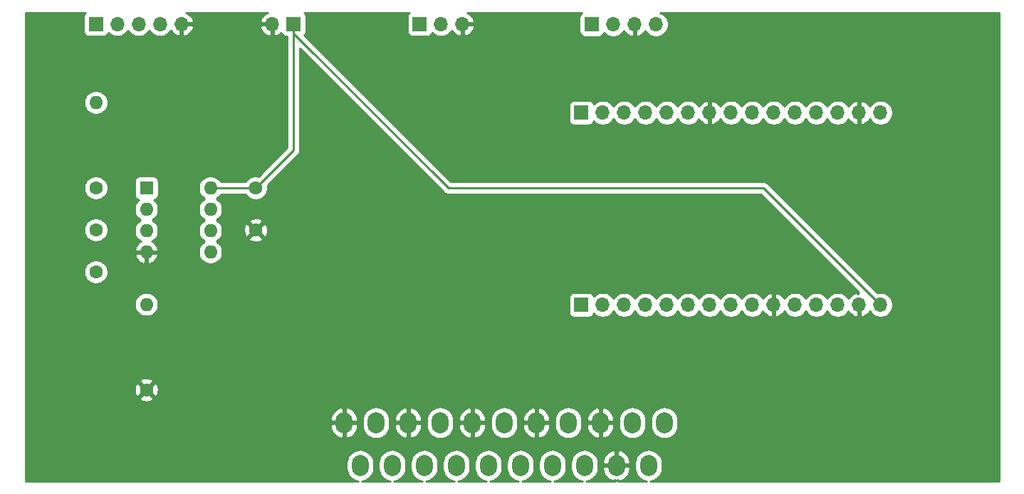
<source format=gbr>
G04 #@! TF.GenerationSoftware,KiCad,Pcbnew,(5.1.5)-3*
G04 #@! TF.CreationDate,2020-07-31T11:24:53+01:00*
G04 #@! TF.ProjectId,SCART_to_GBS8200,53434152-545f-4746-9f5f-474253383230,rev?*
G04 #@! TF.SameCoordinates,Original*
G04 #@! TF.FileFunction,Copper,L1,Top*
G04 #@! TF.FilePolarity,Positive*
%FSLAX46Y46*%
G04 Gerber Fmt 4.6, Leading zero omitted, Abs format (unit mm)*
G04 Created by KiCad (PCBNEW (5.1.5)-3) date 2020-07-31 11:24:53*
%MOMM*%
%LPD*%
G04 APERTURE LIST*
%ADD10O,1.700000X1.700000*%
%ADD11R,1.700000X1.700000*%
%ADD12O,1.600000X1.600000*%
%ADD13C,1.600000*%
%ADD14R,1.600000X1.600000*%
%ADD15O,2.000000X2.500000*%
%ADD16C,0.250000*%
%ADD17C,0.254000*%
G04 APERTURE END LIST*
D10*
X130920000Y-104040000D03*
X125840000Y-104040000D03*
X153780000Y-104040000D03*
X123300000Y-104040000D03*
X138540000Y-104040000D03*
X133460000Y-104040000D03*
X143620000Y-104040000D03*
D11*
X118220000Y-104040000D03*
D10*
X148700000Y-104040000D03*
X136000000Y-104040000D03*
X128380000Y-104040000D03*
X120760000Y-104040000D03*
X141080000Y-104040000D03*
X146160000Y-104040000D03*
X151240000Y-104040000D03*
X153780000Y-126900000D03*
X151240000Y-126900000D03*
X148700000Y-126900000D03*
X146160000Y-126900000D03*
X143620000Y-126900000D03*
X141080000Y-126900000D03*
X138540000Y-126900000D03*
X136000000Y-126900000D03*
X133460000Y-126900000D03*
X130920000Y-126900000D03*
X128380000Y-126900000D03*
X125840000Y-126900000D03*
X123300000Y-126900000D03*
X120760000Y-126900000D03*
D11*
X118220000Y-126900000D03*
D12*
X60500000Y-102840000D03*
D13*
X60500000Y-113000000D03*
D10*
X127080000Y-93530000D03*
X124540000Y-93530000D03*
X122000000Y-93530000D03*
D11*
X119460000Y-93530000D03*
D10*
X81460000Y-93500000D03*
D11*
X84000000Y-93500000D03*
D12*
X74120000Y-113000000D03*
X66500000Y-120620000D03*
X74120000Y-115540000D03*
X66500000Y-118080000D03*
X74120000Y-118080000D03*
X66500000Y-115540000D03*
X74120000Y-120620000D03*
D14*
X66500000Y-113000000D03*
D12*
X66500000Y-126840000D03*
D13*
X66500000Y-137000000D03*
D15*
X126195000Y-146000000D03*
X122385000Y-146000000D03*
X118575000Y-146000000D03*
X114765000Y-146000000D03*
X110955000Y-146000000D03*
X107145000Y-146000000D03*
X103335000Y-146000000D03*
X99525000Y-146000000D03*
X95715000Y-146000000D03*
X91905000Y-146000000D03*
X90000000Y-140920000D03*
X93810000Y-140920000D03*
X97620000Y-140920000D03*
X101430000Y-140920000D03*
X105240000Y-140920000D03*
X109050000Y-140920000D03*
X112860000Y-140920000D03*
X116670000Y-140920000D03*
X120480000Y-140920000D03*
X124290000Y-140920000D03*
X128100000Y-140920000D03*
D10*
X104080000Y-93500000D03*
X101540000Y-93500000D03*
D11*
X99000000Y-93500000D03*
D10*
X70660000Y-93500000D03*
X68120000Y-93500000D03*
X65580000Y-93500000D03*
X63040000Y-93500000D03*
D11*
X60500000Y-93500000D03*
D13*
X79500000Y-113000000D03*
X79500000Y-118000000D03*
X60500000Y-123000000D03*
X60500000Y-118000000D03*
D16*
X84000000Y-108500000D02*
X79500000Y-113000000D01*
X84000000Y-93500000D02*
X84000000Y-108500000D01*
X79500000Y-113000000D02*
X74120000Y-113000000D01*
X153780000Y-126900000D02*
X139880000Y-113000000D01*
X84000000Y-94600000D02*
X84000000Y-93500000D01*
X102400000Y-113000000D02*
X84000000Y-94600000D01*
X139880000Y-113000000D02*
X102400000Y-113000000D01*
X118575000Y-146000000D02*
X118575000Y-146575000D01*
D17*
G36*
X59198815Y-92198815D02*
G01*
X59119463Y-92295506D01*
X59060498Y-92405820D01*
X59024188Y-92525518D01*
X59011928Y-92650000D01*
X59011928Y-94350000D01*
X59024188Y-94474482D01*
X59060498Y-94594180D01*
X59119463Y-94704494D01*
X59198815Y-94801185D01*
X59295506Y-94880537D01*
X59405820Y-94939502D01*
X59525518Y-94975812D01*
X59650000Y-94988072D01*
X61350000Y-94988072D01*
X61474482Y-94975812D01*
X61594180Y-94939502D01*
X61704494Y-94880537D01*
X61801185Y-94801185D01*
X61880537Y-94704494D01*
X61939502Y-94594180D01*
X61961513Y-94521620D01*
X62093368Y-94653475D01*
X62336589Y-94815990D01*
X62606842Y-94927932D01*
X62893740Y-94985000D01*
X63186260Y-94985000D01*
X63473158Y-94927932D01*
X63743411Y-94815990D01*
X63986632Y-94653475D01*
X64193475Y-94446632D01*
X64310000Y-94272240D01*
X64426525Y-94446632D01*
X64633368Y-94653475D01*
X64876589Y-94815990D01*
X65146842Y-94927932D01*
X65433740Y-94985000D01*
X65726260Y-94985000D01*
X66013158Y-94927932D01*
X66283411Y-94815990D01*
X66526632Y-94653475D01*
X66733475Y-94446632D01*
X66850000Y-94272240D01*
X66966525Y-94446632D01*
X67173368Y-94653475D01*
X67416589Y-94815990D01*
X67686842Y-94927932D01*
X67973740Y-94985000D01*
X68266260Y-94985000D01*
X68553158Y-94927932D01*
X68823411Y-94815990D01*
X69066632Y-94653475D01*
X69273475Y-94446632D01*
X69395195Y-94264466D01*
X69464822Y-94381355D01*
X69659731Y-94597588D01*
X69893080Y-94771641D01*
X70155901Y-94896825D01*
X70303110Y-94941476D01*
X70533000Y-94820155D01*
X70533000Y-93627000D01*
X70787000Y-93627000D01*
X70787000Y-94820155D01*
X71016890Y-94941476D01*
X71164099Y-94896825D01*
X71426920Y-94771641D01*
X71660269Y-94597588D01*
X71855178Y-94381355D01*
X72004157Y-94131252D01*
X72101481Y-93856891D01*
X80018519Y-93856891D01*
X80115843Y-94131252D01*
X80264822Y-94381355D01*
X80459731Y-94597588D01*
X80693080Y-94771641D01*
X80955901Y-94896825D01*
X81103110Y-94941476D01*
X81333000Y-94820155D01*
X81333000Y-93627000D01*
X80139186Y-93627000D01*
X80018519Y-93856891D01*
X72101481Y-93856891D01*
X71980814Y-93627000D01*
X70787000Y-93627000D01*
X70533000Y-93627000D01*
X70513000Y-93627000D01*
X70513000Y-93373000D01*
X70533000Y-93373000D01*
X70533000Y-93353000D01*
X70787000Y-93353000D01*
X70787000Y-93373000D01*
X71980814Y-93373000D01*
X72101481Y-93143109D01*
X72004157Y-92868748D01*
X71855178Y-92618645D01*
X71660269Y-92402412D01*
X71426920Y-92228359D01*
X71214119Y-92127000D01*
X80905881Y-92127000D01*
X80693080Y-92228359D01*
X80459731Y-92402412D01*
X80264822Y-92618645D01*
X80115843Y-92868748D01*
X80018519Y-93143109D01*
X80139186Y-93373000D01*
X81333000Y-93373000D01*
X81333000Y-93353000D01*
X81587000Y-93353000D01*
X81587000Y-93373000D01*
X81607000Y-93373000D01*
X81607000Y-93627000D01*
X81587000Y-93627000D01*
X81587000Y-94820155D01*
X81816890Y-94941476D01*
X81964099Y-94896825D01*
X82226920Y-94771641D01*
X82460269Y-94597588D01*
X82536034Y-94513534D01*
X82560498Y-94594180D01*
X82619463Y-94704494D01*
X82698815Y-94801185D01*
X82795506Y-94880537D01*
X82905820Y-94939502D01*
X83025518Y-94975812D01*
X83150000Y-94988072D01*
X83240000Y-94988072D01*
X83240001Y-108185197D01*
X79823887Y-111601312D01*
X79641335Y-111565000D01*
X79358665Y-111565000D01*
X79081426Y-111620147D01*
X78820273Y-111728320D01*
X78585241Y-111885363D01*
X78385363Y-112085241D01*
X78281957Y-112240000D01*
X75338043Y-112240000D01*
X75234637Y-112085241D01*
X75034759Y-111885363D01*
X74799727Y-111728320D01*
X74538574Y-111620147D01*
X74261335Y-111565000D01*
X73978665Y-111565000D01*
X73701426Y-111620147D01*
X73440273Y-111728320D01*
X73205241Y-111885363D01*
X73005363Y-112085241D01*
X72848320Y-112320273D01*
X72740147Y-112581426D01*
X72685000Y-112858665D01*
X72685000Y-113141335D01*
X72740147Y-113418574D01*
X72848320Y-113679727D01*
X73005363Y-113914759D01*
X73205241Y-114114637D01*
X73437759Y-114270000D01*
X73205241Y-114425363D01*
X73005363Y-114625241D01*
X72848320Y-114860273D01*
X72740147Y-115121426D01*
X72685000Y-115398665D01*
X72685000Y-115681335D01*
X72740147Y-115958574D01*
X72848320Y-116219727D01*
X73005363Y-116454759D01*
X73205241Y-116654637D01*
X73437759Y-116810000D01*
X73205241Y-116965363D01*
X73005363Y-117165241D01*
X72848320Y-117400273D01*
X72740147Y-117661426D01*
X72685000Y-117938665D01*
X72685000Y-118221335D01*
X72740147Y-118498574D01*
X72848320Y-118759727D01*
X73005363Y-118994759D01*
X73205241Y-119194637D01*
X73437759Y-119350000D01*
X73205241Y-119505363D01*
X73005363Y-119705241D01*
X72848320Y-119940273D01*
X72740147Y-120201426D01*
X72685000Y-120478665D01*
X72685000Y-120761335D01*
X72740147Y-121038574D01*
X72848320Y-121299727D01*
X73005363Y-121534759D01*
X73205241Y-121734637D01*
X73440273Y-121891680D01*
X73701426Y-121999853D01*
X73978665Y-122055000D01*
X74261335Y-122055000D01*
X74538574Y-121999853D01*
X74799727Y-121891680D01*
X75034759Y-121734637D01*
X75234637Y-121534759D01*
X75391680Y-121299727D01*
X75499853Y-121038574D01*
X75555000Y-120761335D01*
X75555000Y-120478665D01*
X75499853Y-120201426D01*
X75391680Y-119940273D01*
X75234637Y-119705241D01*
X75034759Y-119505363D01*
X74802241Y-119350000D01*
X75034759Y-119194637D01*
X75234637Y-118994759D01*
X75236011Y-118992702D01*
X78686903Y-118992702D01*
X78758486Y-119236671D01*
X79013996Y-119357571D01*
X79288184Y-119426300D01*
X79570512Y-119440217D01*
X79850130Y-119398787D01*
X80116292Y-119303603D01*
X80241514Y-119236671D01*
X80313097Y-118992702D01*
X79500000Y-118179605D01*
X78686903Y-118992702D01*
X75236011Y-118992702D01*
X75391680Y-118759727D01*
X75499853Y-118498574D01*
X75555000Y-118221335D01*
X75555000Y-118070512D01*
X78059783Y-118070512D01*
X78101213Y-118350130D01*
X78196397Y-118616292D01*
X78263329Y-118741514D01*
X78507298Y-118813097D01*
X79320395Y-118000000D01*
X79679605Y-118000000D01*
X80492702Y-118813097D01*
X80736671Y-118741514D01*
X80857571Y-118486004D01*
X80926300Y-118211816D01*
X80940217Y-117929488D01*
X80898787Y-117649870D01*
X80803603Y-117383708D01*
X80736671Y-117258486D01*
X80492702Y-117186903D01*
X79679605Y-118000000D01*
X79320395Y-118000000D01*
X78507298Y-117186903D01*
X78263329Y-117258486D01*
X78142429Y-117513996D01*
X78073700Y-117788184D01*
X78059783Y-118070512D01*
X75555000Y-118070512D01*
X75555000Y-117938665D01*
X75499853Y-117661426D01*
X75391680Y-117400273D01*
X75234637Y-117165241D01*
X75076694Y-117007298D01*
X78686903Y-117007298D01*
X79500000Y-117820395D01*
X80313097Y-117007298D01*
X80241514Y-116763329D01*
X79986004Y-116642429D01*
X79711816Y-116573700D01*
X79429488Y-116559783D01*
X79149870Y-116601213D01*
X78883708Y-116696397D01*
X78758486Y-116763329D01*
X78686903Y-117007298D01*
X75076694Y-117007298D01*
X75034759Y-116965363D01*
X74802241Y-116810000D01*
X75034759Y-116654637D01*
X75234637Y-116454759D01*
X75391680Y-116219727D01*
X75499853Y-115958574D01*
X75555000Y-115681335D01*
X75555000Y-115398665D01*
X75499853Y-115121426D01*
X75391680Y-114860273D01*
X75234637Y-114625241D01*
X75034759Y-114425363D01*
X74802241Y-114270000D01*
X75034759Y-114114637D01*
X75234637Y-113914759D01*
X75338043Y-113760000D01*
X78281957Y-113760000D01*
X78385363Y-113914759D01*
X78585241Y-114114637D01*
X78820273Y-114271680D01*
X79081426Y-114379853D01*
X79358665Y-114435000D01*
X79641335Y-114435000D01*
X79918574Y-114379853D01*
X80179727Y-114271680D01*
X80414759Y-114114637D01*
X80614637Y-113914759D01*
X80771680Y-113679727D01*
X80879853Y-113418574D01*
X80935000Y-113141335D01*
X80935000Y-112858665D01*
X80898688Y-112676113D01*
X84511003Y-109063799D01*
X84540001Y-109040001D01*
X84566332Y-109007917D01*
X84634974Y-108924277D01*
X84705546Y-108792247D01*
X84749003Y-108648986D01*
X84760000Y-108537333D01*
X84760000Y-108537324D01*
X84763676Y-108500001D01*
X84760000Y-108462678D01*
X84760000Y-96434801D01*
X101836200Y-113511002D01*
X101859999Y-113540001D01*
X101888997Y-113563799D01*
X101975724Y-113634974D01*
X102107753Y-113705546D01*
X102251014Y-113749003D01*
X102400000Y-113763677D01*
X102437333Y-113760000D01*
X139565199Y-113760000D01*
X151220198Y-125415000D01*
X151112998Y-125415000D01*
X151112998Y-125579844D01*
X150883110Y-125458524D01*
X150735901Y-125503175D01*
X150473080Y-125628359D01*
X150239731Y-125802412D01*
X150044822Y-126018645D01*
X149975195Y-126135534D01*
X149853475Y-125953368D01*
X149646632Y-125746525D01*
X149403411Y-125584010D01*
X149133158Y-125472068D01*
X148846260Y-125415000D01*
X148553740Y-125415000D01*
X148266842Y-125472068D01*
X147996589Y-125584010D01*
X147753368Y-125746525D01*
X147546525Y-125953368D01*
X147430000Y-126127760D01*
X147313475Y-125953368D01*
X147106632Y-125746525D01*
X146863411Y-125584010D01*
X146593158Y-125472068D01*
X146306260Y-125415000D01*
X146013740Y-125415000D01*
X145726842Y-125472068D01*
X145456589Y-125584010D01*
X145213368Y-125746525D01*
X145006525Y-125953368D01*
X144890000Y-126127760D01*
X144773475Y-125953368D01*
X144566632Y-125746525D01*
X144323411Y-125584010D01*
X144053158Y-125472068D01*
X143766260Y-125415000D01*
X143473740Y-125415000D01*
X143186842Y-125472068D01*
X142916589Y-125584010D01*
X142673368Y-125746525D01*
X142466525Y-125953368D01*
X142344805Y-126135534D01*
X142275178Y-126018645D01*
X142080269Y-125802412D01*
X141846920Y-125628359D01*
X141584099Y-125503175D01*
X141436890Y-125458524D01*
X141207000Y-125579845D01*
X141207000Y-126773000D01*
X141227000Y-126773000D01*
X141227000Y-127027000D01*
X141207000Y-127027000D01*
X141207000Y-128220155D01*
X141436890Y-128341476D01*
X141584099Y-128296825D01*
X141846920Y-128171641D01*
X142080269Y-127997588D01*
X142275178Y-127781355D01*
X142344805Y-127664466D01*
X142466525Y-127846632D01*
X142673368Y-128053475D01*
X142916589Y-128215990D01*
X143186842Y-128327932D01*
X143473740Y-128385000D01*
X143766260Y-128385000D01*
X144053158Y-128327932D01*
X144323411Y-128215990D01*
X144566632Y-128053475D01*
X144773475Y-127846632D01*
X144890000Y-127672240D01*
X145006525Y-127846632D01*
X145213368Y-128053475D01*
X145456589Y-128215990D01*
X145726842Y-128327932D01*
X146013740Y-128385000D01*
X146306260Y-128385000D01*
X146593158Y-128327932D01*
X146863411Y-128215990D01*
X147106632Y-128053475D01*
X147313475Y-127846632D01*
X147430000Y-127672240D01*
X147546525Y-127846632D01*
X147753368Y-128053475D01*
X147996589Y-128215990D01*
X148266842Y-128327932D01*
X148553740Y-128385000D01*
X148846260Y-128385000D01*
X149133158Y-128327932D01*
X149403411Y-128215990D01*
X149646632Y-128053475D01*
X149853475Y-127846632D01*
X149975195Y-127664466D01*
X150044822Y-127781355D01*
X150239731Y-127997588D01*
X150473080Y-128171641D01*
X150735901Y-128296825D01*
X150883110Y-128341476D01*
X151113000Y-128220155D01*
X151113000Y-127027000D01*
X151093000Y-127027000D01*
X151093000Y-126773000D01*
X151113000Y-126773000D01*
X151113000Y-126753000D01*
X151367000Y-126753000D01*
X151367000Y-126773000D01*
X151387000Y-126773000D01*
X151387000Y-127027000D01*
X151367000Y-127027000D01*
X151367000Y-128220155D01*
X151596890Y-128341476D01*
X151744099Y-128296825D01*
X152006920Y-128171641D01*
X152240269Y-127997588D01*
X152435178Y-127781355D01*
X152504805Y-127664466D01*
X152626525Y-127846632D01*
X152833368Y-128053475D01*
X153076589Y-128215990D01*
X153346842Y-128327932D01*
X153633740Y-128385000D01*
X153926260Y-128385000D01*
X154213158Y-128327932D01*
X154483411Y-128215990D01*
X154726632Y-128053475D01*
X154933475Y-127846632D01*
X155095990Y-127603411D01*
X155207932Y-127333158D01*
X155265000Y-127046260D01*
X155265000Y-126753740D01*
X155207932Y-126466842D01*
X155095990Y-126196589D01*
X154933475Y-125953368D01*
X154726632Y-125746525D01*
X154483411Y-125584010D01*
X154213158Y-125472068D01*
X153926260Y-125415000D01*
X153633740Y-125415000D01*
X153413592Y-125458790D01*
X140443804Y-112489003D01*
X140420001Y-112459999D01*
X140304276Y-112365026D01*
X140172247Y-112294454D01*
X140028986Y-112250997D01*
X139917333Y-112240000D01*
X139917322Y-112240000D01*
X139880000Y-112236324D01*
X139842678Y-112240000D01*
X102714802Y-112240000D01*
X93664802Y-103190000D01*
X116731928Y-103190000D01*
X116731928Y-104890000D01*
X116744188Y-105014482D01*
X116780498Y-105134180D01*
X116839463Y-105244494D01*
X116918815Y-105341185D01*
X117015506Y-105420537D01*
X117125820Y-105479502D01*
X117245518Y-105515812D01*
X117370000Y-105528072D01*
X119070000Y-105528072D01*
X119194482Y-105515812D01*
X119314180Y-105479502D01*
X119424494Y-105420537D01*
X119521185Y-105341185D01*
X119600537Y-105244494D01*
X119659502Y-105134180D01*
X119681513Y-105061620D01*
X119813368Y-105193475D01*
X120056589Y-105355990D01*
X120326842Y-105467932D01*
X120613740Y-105525000D01*
X120906260Y-105525000D01*
X121193158Y-105467932D01*
X121463411Y-105355990D01*
X121706632Y-105193475D01*
X121913475Y-104986632D01*
X122030000Y-104812240D01*
X122146525Y-104986632D01*
X122353368Y-105193475D01*
X122596589Y-105355990D01*
X122866842Y-105467932D01*
X123153740Y-105525000D01*
X123446260Y-105525000D01*
X123733158Y-105467932D01*
X124003411Y-105355990D01*
X124246632Y-105193475D01*
X124453475Y-104986632D01*
X124570000Y-104812240D01*
X124686525Y-104986632D01*
X124893368Y-105193475D01*
X125136589Y-105355990D01*
X125406842Y-105467932D01*
X125693740Y-105525000D01*
X125986260Y-105525000D01*
X126273158Y-105467932D01*
X126543411Y-105355990D01*
X126786632Y-105193475D01*
X126993475Y-104986632D01*
X127110000Y-104812240D01*
X127226525Y-104986632D01*
X127433368Y-105193475D01*
X127676589Y-105355990D01*
X127946842Y-105467932D01*
X128233740Y-105525000D01*
X128526260Y-105525000D01*
X128813158Y-105467932D01*
X129083411Y-105355990D01*
X129326632Y-105193475D01*
X129533475Y-104986632D01*
X129650000Y-104812240D01*
X129766525Y-104986632D01*
X129973368Y-105193475D01*
X130216589Y-105355990D01*
X130486842Y-105467932D01*
X130773740Y-105525000D01*
X131066260Y-105525000D01*
X131353158Y-105467932D01*
X131623411Y-105355990D01*
X131866632Y-105193475D01*
X132073475Y-104986632D01*
X132195195Y-104804466D01*
X132264822Y-104921355D01*
X132459731Y-105137588D01*
X132693080Y-105311641D01*
X132955901Y-105436825D01*
X133103110Y-105481476D01*
X133333000Y-105360155D01*
X133333000Y-104167000D01*
X133313000Y-104167000D01*
X133313000Y-103913000D01*
X133333000Y-103913000D01*
X133333000Y-102719845D01*
X133587000Y-102719845D01*
X133587000Y-103913000D01*
X133607000Y-103913000D01*
X133607000Y-104167000D01*
X133587000Y-104167000D01*
X133587000Y-105360155D01*
X133816890Y-105481476D01*
X133964099Y-105436825D01*
X134226920Y-105311641D01*
X134460269Y-105137588D01*
X134655178Y-104921355D01*
X134724805Y-104804466D01*
X134846525Y-104986632D01*
X135053368Y-105193475D01*
X135296589Y-105355990D01*
X135566842Y-105467932D01*
X135853740Y-105525000D01*
X136146260Y-105525000D01*
X136433158Y-105467932D01*
X136703411Y-105355990D01*
X136946632Y-105193475D01*
X137153475Y-104986632D01*
X137270000Y-104812240D01*
X137386525Y-104986632D01*
X137593368Y-105193475D01*
X137836589Y-105355990D01*
X138106842Y-105467932D01*
X138393740Y-105525000D01*
X138686260Y-105525000D01*
X138973158Y-105467932D01*
X139243411Y-105355990D01*
X139486632Y-105193475D01*
X139693475Y-104986632D01*
X139810000Y-104812240D01*
X139926525Y-104986632D01*
X140133368Y-105193475D01*
X140376589Y-105355990D01*
X140646842Y-105467932D01*
X140933740Y-105525000D01*
X141226260Y-105525000D01*
X141513158Y-105467932D01*
X141783411Y-105355990D01*
X142026632Y-105193475D01*
X142233475Y-104986632D01*
X142350000Y-104812240D01*
X142466525Y-104986632D01*
X142673368Y-105193475D01*
X142916589Y-105355990D01*
X143186842Y-105467932D01*
X143473740Y-105525000D01*
X143766260Y-105525000D01*
X144053158Y-105467932D01*
X144323411Y-105355990D01*
X144566632Y-105193475D01*
X144773475Y-104986632D01*
X144890000Y-104812240D01*
X145006525Y-104986632D01*
X145213368Y-105193475D01*
X145456589Y-105355990D01*
X145726842Y-105467932D01*
X146013740Y-105525000D01*
X146306260Y-105525000D01*
X146593158Y-105467932D01*
X146863411Y-105355990D01*
X147106632Y-105193475D01*
X147313475Y-104986632D01*
X147430000Y-104812240D01*
X147546525Y-104986632D01*
X147753368Y-105193475D01*
X147996589Y-105355990D01*
X148266842Y-105467932D01*
X148553740Y-105525000D01*
X148846260Y-105525000D01*
X149133158Y-105467932D01*
X149403411Y-105355990D01*
X149646632Y-105193475D01*
X149853475Y-104986632D01*
X149975195Y-104804466D01*
X150044822Y-104921355D01*
X150239731Y-105137588D01*
X150473080Y-105311641D01*
X150735901Y-105436825D01*
X150883110Y-105481476D01*
X151113000Y-105360155D01*
X151113000Y-104167000D01*
X151093000Y-104167000D01*
X151093000Y-103913000D01*
X151113000Y-103913000D01*
X151113000Y-102719845D01*
X151367000Y-102719845D01*
X151367000Y-103913000D01*
X151387000Y-103913000D01*
X151387000Y-104167000D01*
X151367000Y-104167000D01*
X151367000Y-105360155D01*
X151596890Y-105481476D01*
X151744099Y-105436825D01*
X152006920Y-105311641D01*
X152240269Y-105137588D01*
X152435178Y-104921355D01*
X152504805Y-104804466D01*
X152626525Y-104986632D01*
X152833368Y-105193475D01*
X153076589Y-105355990D01*
X153346842Y-105467932D01*
X153633740Y-105525000D01*
X153926260Y-105525000D01*
X154213158Y-105467932D01*
X154483411Y-105355990D01*
X154726632Y-105193475D01*
X154933475Y-104986632D01*
X155095990Y-104743411D01*
X155207932Y-104473158D01*
X155265000Y-104186260D01*
X155265000Y-103893740D01*
X155207932Y-103606842D01*
X155095990Y-103336589D01*
X154933475Y-103093368D01*
X154726632Y-102886525D01*
X154483411Y-102724010D01*
X154213158Y-102612068D01*
X153926260Y-102555000D01*
X153633740Y-102555000D01*
X153346842Y-102612068D01*
X153076589Y-102724010D01*
X152833368Y-102886525D01*
X152626525Y-103093368D01*
X152504805Y-103275534D01*
X152435178Y-103158645D01*
X152240269Y-102942412D01*
X152006920Y-102768359D01*
X151744099Y-102643175D01*
X151596890Y-102598524D01*
X151367000Y-102719845D01*
X151113000Y-102719845D01*
X150883110Y-102598524D01*
X150735901Y-102643175D01*
X150473080Y-102768359D01*
X150239731Y-102942412D01*
X150044822Y-103158645D01*
X149975195Y-103275534D01*
X149853475Y-103093368D01*
X149646632Y-102886525D01*
X149403411Y-102724010D01*
X149133158Y-102612068D01*
X148846260Y-102555000D01*
X148553740Y-102555000D01*
X148266842Y-102612068D01*
X147996589Y-102724010D01*
X147753368Y-102886525D01*
X147546525Y-103093368D01*
X147430000Y-103267760D01*
X147313475Y-103093368D01*
X147106632Y-102886525D01*
X146863411Y-102724010D01*
X146593158Y-102612068D01*
X146306260Y-102555000D01*
X146013740Y-102555000D01*
X145726842Y-102612068D01*
X145456589Y-102724010D01*
X145213368Y-102886525D01*
X145006525Y-103093368D01*
X144890000Y-103267760D01*
X144773475Y-103093368D01*
X144566632Y-102886525D01*
X144323411Y-102724010D01*
X144053158Y-102612068D01*
X143766260Y-102555000D01*
X143473740Y-102555000D01*
X143186842Y-102612068D01*
X142916589Y-102724010D01*
X142673368Y-102886525D01*
X142466525Y-103093368D01*
X142350000Y-103267760D01*
X142233475Y-103093368D01*
X142026632Y-102886525D01*
X141783411Y-102724010D01*
X141513158Y-102612068D01*
X141226260Y-102555000D01*
X140933740Y-102555000D01*
X140646842Y-102612068D01*
X140376589Y-102724010D01*
X140133368Y-102886525D01*
X139926525Y-103093368D01*
X139810000Y-103267760D01*
X139693475Y-103093368D01*
X139486632Y-102886525D01*
X139243411Y-102724010D01*
X138973158Y-102612068D01*
X138686260Y-102555000D01*
X138393740Y-102555000D01*
X138106842Y-102612068D01*
X137836589Y-102724010D01*
X137593368Y-102886525D01*
X137386525Y-103093368D01*
X137270000Y-103267760D01*
X137153475Y-103093368D01*
X136946632Y-102886525D01*
X136703411Y-102724010D01*
X136433158Y-102612068D01*
X136146260Y-102555000D01*
X135853740Y-102555000D01*
X135566842Y-102612068D01*
X135296589Y-102724010D01*
X135053368Y-102886525D01*
X134846525Y-103093368D01*
X134724805Y-103275534D01*
X134655178Y-103158645D01*
X134460269Y-102942412D01*
X134226920Y-102768359D01*
X133964099Y-102643175D01*
X133816890Y-102598524D01*
X133587000Y-102719845D01*
X133333000Y-102719845D01*
X133103110Y-102598524D01*
X132955901Y-102643175D01*
X132693080Y-102768359D01*
X132459731Y-102942412D01*
X132264822Y-103158645D01*
X132195195Y-103275534D01*
X132073475Y-103093368D01*
X131866632Y-102886525D01*
X131623411Y-102724010D01*
X131353158Y-102612068D01*
X131066260Y-102555000D01*
X130773740Y-102555000D01*
X130486842Y-102612068D01*
X130216589Y-102724010D01*
X129973368Y-102886525D01*
X129766525Y-103093368D01*
X129650000Y-103267760D01*
X129533475Y-103093368D01*
X129326632Y-102886525D01*
X129083411Y-102724010D01*
X128813158Y-102612068D01*
X128526260Y-102555000D01*
X128233740Y-102555000D01*
X127946842Y-102612068D01*
X127676589Y-102724010D01*
X127433368Y-102886525D01*
X127226525Y-103093368D01*
X127110000Y-103267760D01*
X126993475Y-103093368D01*
X126786632Y-102886525D01*
X126543411Y-102724010D01*
X126273158Y-102612068D01*
X125986260Y-102555000D01*
X125693740Y-102555000D01*
X125406842Y-102612068D01*
X125136589Y-102724010D01*
X124893368Y-102886525D01*
X124686525Y-103093368D01*
X124570000Y-103267760D01*
X124453475Y-103093368D01*
X124246632Y-102886525D01*
X124003411Y-102724010D01*
X123733158Y-102612068D01*
X123446260Y-102555000D01*
X123153740Y-102555000D01*
X122866842Y-102612068D01*
X122596589Y-102724010D01*
X122353368Y-102886525D01*
X122146525Y-103093368D01*
X122030000Y-103267760D01*
X121913475Y-103093368D01*
X121706632Y-102886525D01*
X121463411Y-102724010D01*
X121193158Y-102612068D01*
X120906260Y-102555000D01*
X120613740Y-102555000D01*
X120326842Y-102612068D01*
X120056589Y-102724010D01*
X119813368Y-102886525D01*
X119681513Y-103018380D01*
X119659502Y-102945820D01*
X119600537Y-102835506D01*
X119521185Y-102738815D01*
X119424494Y-102659463D01*
X119314180Y-102600498D01*
X119194482Y-102564188D01*
X119070000Y-102551928D01*
X117370000Y-102551928D01*
X117245518Y-102564188D01*
X117125820Y-102600498D01*
X117015506Y-102659463D01*
X116918815Y-102738815D01*
X116839463Y-102835506D01*
X116780498Y-102945820D01*
X116744188Y-103065518D01*
X116731928Y-103190000D01*
X93664802Y-103190000D01*
X85287345Y-94812544D01*
X85301185Y-94801185D01*
X85380537Y-94704494D01*
X85439502Y-94594180D01*
X85475812Y-94474482D01*
X85488072Y-94350000D01*
X85488072Y-92650000D01*
X85475812Y-92525518D01*
X85439502Y-92405820D01*
X85380537Y-92295506D01*
X85301185Y-92198815D01*
X85213678Y-92127000D01*
X97786322Y-92127000D01*
X97698815Y-92198815D01*
X97619463Y-92295506D01*
X97560498Y-92405820D01*
X97524188Y-92525518D01*
X97511928Y-92650000D01*
X97511928Y-94350000D01*
X97524188Y-94474482D01*
X97560498Y-94594180D01*
X97619463Y-94704494D01*
X97698815Y-94801185D01*
X97795506Y-94880537D01*
X97905820Y-94939502D01*
X98025518Y-94975812D01*
X98150000Y-94988072D01*
X99850000Y-94988072D01*
X99974482Y-94975812D01*
X100094180Y-94939502D01*
X100204494Y-94880537D01*
X100301185Y-94801185D01*
X100380537Y-94704494D01*
X100439502Y-94594180D01*
X100461513Y-94521620D01*
X100593368Y-94653475D01*
X100836589Y-94815990D01*
X101106842Y-94927932D01*
X101393740Y-94985000D01*
X101686260Y-94985000D01*
X101973158Y-94927932D01*
X102243411Y-94815990D01*
X102486632Y-94653475D01*
X102693475Y-94446632D01*
X102815195Y-94264466D01*
X102884822Y-94381355D01*
X103079731Y-94597588D01*
X103313080Y-94771641D01*
X103575901Y-94896825D01*
X103723110Y-94941476D01*
X103953000Y-94820155D01*
X103953000Y-93627000D01*
X104207000Y-93627000D01*
X104207000Y-94820155D01*
X104436890Y-94941476D01*
X104584099Y-94896825D01*
X104846920Y-94771641D01*
X105080269Y-94597588D01*
X105275178Y-94381355D01*
X105424157Y-94131252D01*
X105521481Y-93856891D01*
X105400814Y-93627000D01*
X104207000Y-93627000D01*
X103953000Y-93627000D01*
X103933000Y-93627000D01*
X103933000Y-93373000D01*
X103953000Y-93373000D01*
X103953000Y-93353000D01*
X104207000Y-93353000D01*
X104207000Y-93373000D01*
X105400814Y-93373000D01*
X105521481Y-93143109D01*
X105424157Y-92868748D01*
X105275178Y-92618645D01*
X105080269Y-92402412D01*
X104846920Y-92228359D01*
X104634119Y-92127000D01*
X118297531Y-92127000D01*
X118255506Y-92149463D01*
X118158815Y-92228815D01*
X118079463Y-92325506D01*
X118020498Y-92435820D01*
X117984188Y-92555518D01*
X117971928Y-92680000D01*
X117971928Y-94380000D01*
X117984188Y-94504482D01*
X118020498Y-94624180D01*
X118079463Y-94734494D01*
X118158815Y-94831185D01*
X118255506Y-94910537D01*
X118365820Y-94969502D01*
X118485518Y-95005812D01*
X118610000Y-95018072D01*
X120310000Y-95018072D01*
X120434482Y-95005812D01*
X120554180Y-94969502D01*
X120664494Y-94910537D01*
X120761185Y-94831185D01*
X120840537Y-94734494D01*
X120899502Y-94624180D01*
X120921513Y-94551620D01*
X121053368Y-94683475D01*
X121296589Y-94845990D01*
X121566842Y-94957932D01*
X121853740Y-95015000D01*
X122146260Y-95015000D01*
X122433158Y-94957932D01*
X122703411Y-94845990D01*
X122946632Y-94683475D01*
X123153475Y-94476632D01*
X123275195Y-94294466D01*
X123344822Y-94411355D01*
X123539731Y-94627588D01*
X123773080Y-94801641D01*
X124035901Y-94926825D01*
X124183110Y-94971476D01*
X124413000Y-94850155D01*
X124413000Y-93657000D01*
X124393000Y-93657000D01*
X124393000Y-93403000D01*
X124413000Y-93403000D01*
X124413000Y-93383000D01*
X124667000Y-93383000D01*
X124667000Y-93403000D01*
X124687000Y-93403000D01*
X124687000Y-93657000D01*
X124667000Y-93657000D01*
X124667000Y-94850155D01*
X124896890Y-94971476D01*
X125044099Y-94926825D01*
X125306920Y-94801641D01*
X125540269Y-94627588D01*
X125735178Y-94411355D01*
X125804805Y-94294466D01*
X125926525Y-94476632D01*
X126133368Y-94683475D01*
X126376589Y-94845990D01*
X126646842Y-94957932D01*
X126933740Y-95015000D01*
X127226260Y-95015000D01*
X127513158Y-94957932D01*
X127783411Y-94845990D01*
X128026632Y-94683475D01*
X128233475Y-94476632D01*
X128395990Y-94233411D01*
X128507932Y-93963158D01*
X128565000Y-93676260D01*
X128565000Y-93383740D01*
X128507932Y-93096842D01*
X128395990Y-92826589D01*
X128233475Y-92583368D01*
X128026632Y-92376525D01*
X127783411Y-92214010D01*
X127573349Y-92127000D01*
X167873000Y-92127000D01*
X167873000Y-147873000D01*
X126397160Y-147873000D01*
X126515516Y-147861343D01*
X126823715Y-147767852D01*
X127107752Y-147616031D01*
X127356714Y-147411714D01*
X127561031Y-147162752D01*
X127712852Y-146878715D01*
X127806343Y-146570515D01*
X127830000Y-146330321D01*
X127830000Y-145669678D01*
X127806343Y-145429484D01*
X127712852Y-145121285D01*
X127561031Y-144837248D01*
X127356714Y-144588286D01*
X127107751Y-144383969D01*
X126823714Y-144232148D01*
X126515515Y-144138657D01*
X126195000Y-144107089D01*
X125874484Y-144138657D01*
X125566285Y-144232148D01*
X125282248Y-144383969D01*
X125033286Y-144588286D01*
X124828969Y-144837249D01*
X124677148Y-145121286D01*
X124583657Y-145429485D01*
X124560000Y-145669679D01*
X124560000Y-146330322D01*
X124583657Y-146570516D01*
X124677148Y-146878715D01*
X124828969Y-147162752D01*
X125033286Y-147411714D01*
X125282249Y-147616031D01*
X125566286Y-147767852D01*
X125874485Y-147861343D01*
X125992840Y-147873000D01*
X122512002Y-147873000D01*
X122512002Y-147720778D01*
X122765434Y-147840124D01*
X122887398Y-147815744D01*
X123183206Y-147687646D01*
X123448340Y-147504300D01*
X123672610Y-147272752D01*
X123847398Y-147001900D01*
X123965987Y-146702153D01*
X124023819Y-146385030D01*
X123866016Y-146127000D01*
X122512000Y-146127000D01*
X122512000Y-146147000D01*
X122258000Y-146147000D01*
X122258000Y-146127000D01*
X120903984Y-146127000D01*
X120746181Y-146385030D01*
X120804013Y-146702153D01*
X120922602Y-147001900D01*
X121097390Y-147272752D01*
X121321660Y-147504300D01*
X121586794Y-147687646D01*
X121882602Y-147815744D01*
X122004566Y-147840124D01*
X122257998Y-147720778D01*
X122257998Y-147873000D01*
X118777160Y-147873000D01*
X118895516Y-147861343D01*
X119203715Y-147767852D01*
X119487752Y-147616031D01*
X119736714Y-147411714D01*
X119941031Y-147162752D01*
X120092852Y-146878715D01*
X120186343Y-146570515D01*
X120210000Y-146330321D01*
X120210000Y-145669678D01*
X120204612Y-145614970D01*
X120746181Y-145614970D01*
X120903984Y-145873000D01*
X122258000Y-145873000D01*
X122258000Y-144279223D01*
X122512000Y-144279223D01*
X122512000Y-145873000D01*
X123866016Y-145873000D01*
X124023819Y-145614970D01*
X123965987Y-145297847D01*
X123847398Y-144998100D01*
X123672610Y-144727248D01*
X123448340Y-144495700D01*
X123183206Y-144312354D01*
X122887398Y-144184256D01*
X122765434Y-144159876D01*
X122512000Y-144279223D01*
X122258000Y-144279223D01*
X122004566Y-144159876D01*
X121882602Y-144184256D01*
X121586794Y-144312354D01*
X121321660Y-144495700D01*
X121097390Y-144727248D01*
X120922602Y-144998100D01*
X120804013Y-145297847D01*
X120746181Y-145614970D01*
X120204612Y-145614970D01*
X120186343Y-145429484D01*
X120092852Y-145121285D01*
X119941031Y-144837248D01*
X119736714Y-144588286D01*
X119487751Y-144383969D01*
X119203714Y-144232148D01*
X118895515Y-144138657D01*
X118575000Y-144107089D01*
X118254484Y-144138657D01*
X117946285Y-144232148D01*
X117662248Y-144383969D01*
X117413286Y-144588286D01*
X117208969Y-144837249D01*
X117057148Y-145121286D01*
X116963657Y-145429485D01*
X116940000Y-145669679D01*
X116940000Y-146330322D01*
X116963657Y-146570516D01*
X117057148Y-146878715D01*
X117208969Y-147162752D01*
X117413286Y-147411714D01*
X117662249Y-147616031D01*
X117946286Y-147767852D01*
X118254485Y-147861343D01*
X118372840Y-147873000D01*
X114967160Y-147873000D01*
X115085516Y-147861343D01*
X115393715Y-147767852D01*
X115677752Y-147616031D01*
X115926714Y-147411714D01*
X116131031Y-147162752D01*
X116282852Y-146878715D01*
X116376343Y-146570515D01*
X116400000Y-146330321D01*
X116400000Y-145669678D01*
X116376343Y-145429484D01*
X116282852Y-145121285D01*
X116131031Y-144837248D01*
X115926714Y-144588286D01*
X115677751Y-144383969D01*
X115393714Y-144232148D01*
X115085515Y-144138657D01*
X114765000Y-144107089D01*
X114444484Y-144138657D01*
X114136285Y-144232148D01*
X113852248Y-144383969D01*
X113603286Y-144588286D01*
X113398969Y-144837249D01*
X113247148Y-145121286D01*
X113153657Y-145429485D01*
X113130000Y-145669679D01*
X113130000Y-146330322D01*
X113153657Y-146570516D01*
X113247148Y-146878715D01*
X113398969Y-147162752D01*
X113603286Y-147411714D01*
X113852249Y-147616031D01*
X114136286Y-147767852D01*
X114444485Y-147861343D01*
X114562840Y-147873000D01*
X111157160Y-147873000D01*
X111275516Y-147861343D01*
X111583715Y-147767852D01*
X111867752Y-147616031D01*
X112116714Y-147411714D01*
X112321031Y-147162752D01*
X112472852Y-146878715D01*
X112566343Y-146570515D01*
X112590000Y-146330321D01*
X112590000Y-145669678D01*
X112566343Y-145429484D01*
X112472852Y-145121285D01*
X112321031Y-144837248D01*
X112116714Y-144588286D01*
X111867751Y-144383969D01*
X111583714Y-144232148D01*
X111275515Y-144138657D01*
X110955000Y-144107089D01*
X110634484Y-144138657D01*
X110326285Y-144232148D01*
X110042248Y-144383969D01*
X109793286Y-144588286D01*
X109588969Y-144837249D01*
X109437148Y-145121286D01*
X109343657Y-145429485D01*
X109320000Y-145669679D01*
X109320000Y-146330322D01*
X109343657Y-146570516D01*
X109437148Y-146878715D01*
X109588969Y-147162752D01*
X109793286Y-147411714D01*
X110042249Y-147616031D01*
X110326286Y-147767852D01*
X110634485Y-147861343D01*
X110752840Y-147873000D01*
X107347160Y-147873000D01*
X107465516Y-147861343D01*
X107773715Y-147767852D01*
X108057752Y-147616031D01*
X108306714Y-147411714D01*
X108511031Y-147162752D01*
X108662852Y-146878715D01*
X108756343Y-146570515D01*
X108780000Y-146330321D01*
X108780000Y-145669678D01*
X108756343Y-145429484D01*
X108662852Y-145121285D01*
X108511031Y-144837248D01*
X108306714Y-144588286D01*
X108057751Y-144383969D01*
X107773714Y-144232148D01*
X107465515Y-144138657D01*
X107145000Y-144107089D01*
X106824484Y-144138657D01*
X106516285Y-144232148D01*
X106232248Y-144383969D01*
X105983286Y-144588286D01*
X105778969Y-144837249D01*
X105627148Y-145121286D01*
X105533657Y-145429485D01*
X105510000Y-145669679D01*
X105510000Y-146330322D01*
X105533657Y-146570516D01*
X105627148Y-146878715D01*
X105778969Y-147162752D01*
X105983286Y-147411714D01*
X106232249Y-147616031D01*
X106516286Y-147767852D01*
X106824485Y-147861343D01*
X106942840Y-147873000D01*
X103537160Y-147873000D01*
X103655516Y-147861343D01*
X103963715Y-147767852D01*
X104247752Y-147616031D01*
X104496714Y-147411714D01*
X104701031Y-147162752D01*
X104852852Y-146878715D01*
X104946343Y-146570515D01*
X104970000Y-146330321D01*
X104970000Y-145669678D01*
X104946343Y-145429484D01*
X104852852Y-145121285D01*
X104701031Y-144837248D01*
X104496714Y-144588286D01*
X104247751Y-144383969D01*
X103963714Y-144232148D01*
X103655515Y-144138657D01*
X103335000Y-144107089D01*
X103014484Y-144138657D01*
X102706285Y-144232148D01*
X102422248Y-144383969D01*
X102173286Y-144588286D01*
X101968969Y-144837249D01*
X101817148Y-145121286D01*
X101723657Y-145429485D01*
X101700000Y-145669679D01*
X101700000Y-146330322D01*
X101723657Y-146570516D01*
X101817148Y-146878715D01*
X101968969Y-147162752D01*
X102173286Y-147411714D01*
X102422249Y-147616031D01*
X102706286Y-147767852D01*
X103014485Y-147861343D01*
X103132840Y-147873000D01*
X99727160Y-147873000D01*
X99845516Y-147861343D01*
X100153715Y-147767852D01*
X100437752Y-147616031D01*
X100686714Y-147411714D01*
X100891031Y-147162752D01*
X101042852Y-146878715D01*
X101136343Y-146570515D01*
X101160000Y-146330321D01*
X101160000Y-145669678D01*
X101136343Y-145429484D01*
X101042852Y-145121285D01*
X100891031Y-144837248D01*
X100686714Y-144588286D01*
X100437751Y-144383969D01*
X100153714Y-144232148D01*
X99845515Y-144138657D01*
X99525000Y-144107089D01*
X99204484Y-144138657D01*
X98896285Y-144232148D01*
X98612248Y-144383969D01*
X98363286Y-144588286D01*
X98158969Y-144837249D01*
X98007148Y-145121286D01*
X97913657Y-145429485D01*
X97890000Y-145669679D01*
X97890000Y-146330322D01*
X97913657Y-146570516D01*
X98007148Y-146878715D01*
X98158969Y-147162752D01*
X98363286Y-147411714D01*
X98612249Y-147616031D01*
X98896286Y-147767852D01*
X99204485Y-147861343D01*
X99322840Y-147873000D01*
X95917160Y-147873000D01*
X96035516Y-147861343D01*
X96343715Y-147767852D01*
X96627752Y-147616031D01*
X96876714Y-147411714D01*
X97081031Y-147162752D01*
X97232852Y-146878715D01*
X97326343Y-146570515D01*
X97350000Y-146330321D01*
X97350000Y-145669678D01*
X97326343Y-145429484D01*
X97232852Y-145121285D01*
X97081031Y-144837248D01*
X96876714Y-144588286D01*
X96627751Y-144383969D01*
X96343714Y-144232148D01*
X96035515Y-144138657D01*
X95715000Y-144107089D01*
X95394484Y-144138657D01*
X95086285Y-144232148D01*
X94802248Y-144383969D01*
X94553286Y-144588286D01*
X94348969Y-144837249D01*
X94197148Y-145121286D01*
X94103657Y-145429485D01*
X94080000Y-145669679D01*
X94080000Y-146330322D01*
X94103657Y-146570516D01*
X94197148Y-146878715D01*
X94348969Y-147162752D01*
X94553286Y-147411714D01*
X94802249Y-147616031D01*
X95086286Y-147767852D01*
X95394485Y-147861343D01*
X95512840Y-147873000D01*
X92107160Y-147873000D01*
X92225516Y-147861343D01*
X92533715Y-147767852D01*
X92817752Y-147616031D01*
X93066714Y-147411714D01*
X93271031Y-147162752D01*
X93422852Y-146878715D01*
X93516343Y-146570515D01*
X93540000Y-146330321D01*
X93540000Y-145669678D01*
X93516343Y-145429484D01*
X93422852Y-145121285D01*
X93271031Y-144837248D01*
X93066714Y-144588286D01*
X92817751Y-144383969D01*
X92533714Y-144232148D01*
X92225515Y-144138657D01*
X91905000Y-144107089D01*
X91584484Y-144138657D01*
X91276285Y-144232148D01*
X90992248Y-144383969D01*
X90743286Y-144588286D01*
X90538969Y-144837249D01*
X90387148Y-145121286D01*
X90293657Y-145429485D01*
X90270000Y-145669679D01*
X90270000Y-146330322D01*
X90293657Y-146570516D01*
X90387148Y-146878715D01*
X90538969Y-147162752D01*
X90743286Y-147411714D01*
X90992249Y-147616031D01*
X91276286Y-147767852D01*
X91584485Y-147861343D01*
X91702840Y-147873000D01*
X52127000Y-147873000D01*
X52127000Y-141305030D01*
X88361181Y-141305030D01*
X88419013Y-141622153D01*
X88537602Y-141921900D01*
X88712390Y-142192752D01*
X88936660Y-142424300D01*
X89201794Y-142607646D01*
X89497602Y-142735744D01*
X89619566Y-142760124D01*
X89873000Y-142640777D01*
X89873000Y-141047000D01*
X90127000Y-141047000D01*
X90127000Y-142640777D01*
X90380434Y-142760124D01*
X90502398Y-142735744D01*
X90798206Y-142607646D01*
X91063340Y-142424300D01*
X91287610Y-142192752D01*
X91462398Y-141921900D01*
X91580987Y-141622153D01*
X91638819Y-141305030D01*
X91481016Y-141047000D01*
X90127000Y-141047000D01*
X89873000Y-141047000D01*
X88518984Y-141047000D01*
X88361181Y-141305030D01*
X52127000Y-141305030D01*
X52127000Y-140534970D01*
X88361181Y-140534970D01*
X88518984Y-140793000D01*
X89873000Y-140793000D01*
X89873000Y-139199223D01*
X90127000Y-139199223D01*
X90127000Y-140793000D01*
X91481016Y-140793000D01*
X91605360Y-140589679D01*
X92175000Y-140589679D01*
X92175000Y-141250322D01*
X92198657Y-141490516D01*
X92292148Y-141798715D01*
X92443969Y-142082752D01*
X92648286Y-142331714D01*
X92897249Y-142536031D01*
X93181286Y-142687852D01*
X93489485Y-142781343D01*
X93810000Y-142812911D01*
X94130516Y-142781343D01*
X94438715Y-142687852D01*
X94722752Y-142536031D01*
X94971714Y-142331714D01*
X95176031Y-142082752D01*
X95327852Y-141798715D01*
X95421343Y-141490515D01*
X95439611Y-141305030D01*
X95981181Y-141305030D01*
X96039013Y-141622153D01*
X96157602Y-141921900D01*
X96332390Y-142192752D01*
X96556660Y-142424300D01*
X96821794Y-142607646D01*
X97117602Y-142735744D01*
X97239566Y-142760124D01*
X97493000Y-142640777D01*
X97493000Y-141047000D01*
X97747000Y-141047000D01*
X97747000Y-142640777D01*
X98000434Y-142760124D01*
X98122398Y-142735744D01*
X98418206Y-142607646D01*
X98683340Y-142424300D01*
X98907610Y-142192752D01*
X99082398Y-141921900D01*
X99200987Y-141622153D01*
X99258819Y-141305030D01*
X99101016Y-141047000D01*
X97747000Y-141047000D01*
X97493000Y-141047000D01*
X96138984Y-141047000D01*
X95981181Y-141305030D01*
X95439611Y-141305030D01*
X95445000Y-141250321D01*
X95445000Y-140589678D01*
X95439612Y-140534970D01*
X95981181Y-140534970D01*
X96138984Y-140793000D01*
X97493000Y-140793000D01*
X97493000Y-139199223D01*
X97747000Y-139199223D01*
X97747000Y-140793000D01*
X99101016Y-140793000D01*
X99225360Y-140589679D01*
X99795000Y-140589679D01*
X99795000Y-141250322D01*
X99818657Y-141490516D01*
X99912148Y-141798715D01*
X100063969Y-142082752D01*
X100268286Y-142331714D01*
X100517249Y-142536031D01*
X100801286Y-142687852D01*
X101109485Y-142781343D01*
X101430000Y-142812911D01*
X101750516Y-142781343D01*
X102058715Y-142687852D01*
X102342752Y-142536031D01*
X102591714Y-142331714D01*
X102796031Y-142082752D01*
X102947852Y-141798715D01*
X103041343Y-141490515D01*
X103059611Y-141305030D01*
X103601181Y-141305030D01*
X103659013Y-141622153D01*
X103777602Y-141921900D01*
X103952390Y-142192752D01*
X104176660Y-142424300D01*
X104441794Y-142607646D01*
X104737602Y-142735744D01*
X104859566Y-142760124D01*
X105113000Y-142640777D01*
X105113000Y-141047000D01*
X105367000Y-141047000D01*
X105367000Y-142640777D01*
X105620434Y-142760124D01*
X105742398Y-142735744D01*
X106038206Y-142607646D01*
X106303340Y-142424300D01*
X106527610Y-142192752D01*
X106702398Y-141921900D01*
X106820987Y-141622153D01*
X106878819Y-141305030D01*
X106721016Y-141047000D01*
X105367000Y-141047000D01*
X105113000Y-141047000D01*
X103758984Y-141047000D01*
X103601181Y-141305030D01*
X103059611Y-141305030D01*
X103065000Y-141250321D01*
X103065000Y-140589678D01*
X103059612Y-140534970D01*
X103601181Y-140534970D01*
X103758984Y-140793000D01*
X105113000Y-140793000D01*
X105113000Y-139199223D01*
X105367000Y-139199223D01*
X105367000Y-140793000D01*
X106721016Y-140793000D01*
X106845360Y-140589679D01*
X107415000Y-140589679D01*
X107415000Y-141250322D01*
X107438657Y-141490516D01*
X107532148Y-141798715D01*
X107683969Y-142082752D01*
X107888286Y-142331714D01*
X108137249Y-142536031D01*
X108421286Y-142687852D01*
X108729485Y-142781343D01*
X109050000Y-142812911D01*
X109370516Y-142781343D01*
X109678715Y-142687852D01*
X109962752Y-142536031D01*
X110211714Y-142331714D01*
X110416031Y-142082752D01*
X110567852Y-141798715D01*
X110661343Y-141490515D01*
X110679611Y-141305030D01*
X111221181Y-141305030D01*
X111279013Y-141622153D01*
X111397602Y-141921900D01*
X111572390Y-142192752D01*
X111796660Y-142424300D01*
X112061794Y-142607646D01*
X112357602Y-142735744D01*
X112479566Y-142760124D01*
X112733000Y-142640777D01*
X112733000Y-141047000D01*
X112987000Y-141047000D01*
X112987000Y-142640777D01*
X113240434Y-142760124D01*
X113362398Y-142735744D01*
X113658206Y-142607646D01*
X113923340Y-142424300D01*
X114147610Y-142192752D01*
X114322398Y-141921900D01*
X114440987Y-141622153D01*
X114498819Y-141305030D01*
X114341016Y-141047000D01*
X112987000Y-141047000D01*
X112733000Y-141047000D01*
X111378984Y-141047000D01*
X111221181Y-141305030D01*
X110679611Y-141305030D01*
X110685000Y-141250321D01*
X110685000Y-140589678D01*
X110679612Y-140534970D01*
X111221181Y-140534970D01*
X111378984Y-140793000D01*
X112733000Y-140793000D01*
X112733000Y-139199223D01*
X112987000Y-139199223D01*
X112987000Y-140793000D01*
X114341016Y-140793000D01*
X114465360Y-140589679D01*
X115035000Y-140589679D01*
X115035000Y-141250322D01*
X115058657Y-141490516D01*
X115152148Y-141798715D01*
X115303969Y-142082752D01*
X115508286Y-142331714D01*
X115757249Y-142536031D01*
X116041286Y-142687852D01*
X116349485Y-142781343D01*
X116670000Y-142812911D01*
X116990516Y-142781343D01*
X117298715Y-142687852D01*
X117582752Y-142536031D01*
X117831714Y-142331714D01*
X118036031Y-142082752D01*
X118187852Y-141798715D01*
X118281343Y-141490515D01*
X118299611Y-141305030D01*
X118841181Y-141305030D01*
X118899013Y-141622153D01*
X119017602Y-141921900D01*
X119192390Y-142192752D01*
X119416660Y-142424300D01*
X119681794Y-142607646D01*
X119977602Y-142735744D01*
X120099566Y-142760124D01*
X120353000Y-142640777D01*
X120353000Y-141047000D01*
X120607000Y-141047000D01*
X120607000Y-142640777D01*
X120860434Y-142760124D01*
X120982398Y-142735744D01*
X121278206Y-142607646D01*
X121543340Y-142424300D01*
X121767610Y-142192752D01*
X121942398Y-141921900D01*
X122060987Y-141622153D01*
X122118819Y-141305030D01*
X121961016Y-141047000D01*
X120607000Y-141047000D01*
X120353000Y-141047000D01*
X118998984Y-141047000D01*
X118841181Y-141305030D01*
X118299611Y-141305030D01*
X118305000Y-141250321D01*
X118305000Y-140589678D01*
X118299612Y-140534970D01*
X118841181Y-140534970D01*
X118998984Y-140793000D01*
X120353000Y-140793000D01*
X120353000Y-139199223D01*
X120607000Y-139199223D01*
X120607000Y-140793000D01*
X121961016Y-140793000D01*
X122085360Y-140589679D01*
X122655000Y-140589679D01*
X122655000Y-141250322D01*
X122678657Y-141490516D01*
X122772148Y-141798715D01*
X122923969Y-142082752D01*
X123128286Y-142331714D01*
X123377249Y-142536031D01*
X123661286Y-142687852D01*
X123969485Y-142781343D01*
X124290000Y-142812911D01*
X124610516Y-142781343D01*
X124918715Y-142687852D01*
X125202752Y-142536031D01*
X125451714Y-142331714D01*
X125656031Y-142082752D01*
X125807852Y-141798715D01*
X125901343Y-141490515D01*
X125925000Y-141250321D01*
X125925000Y-140589679D01*
X126465000Y-140589679D01*
X126465000Y-141250322D01*
X126488657Y-141490516D01*
X126582148Y-141798715D01*
X126733969Y-142082752D01*
X126938286Y-142331714D01*
X127187249Y-142536031D01*
X127471286Y-142687852D01*
X127779485Y-142781343D01*
X128100000Y-142812911D01*
X128420516Y-142781343D01*
X128728715Y-142687852D01*
X129012752Y-142536031D01*
X129261714Y-142331714D01*
X129466031Y-142082752D01*
X129617852Y-141798715D01*
X129711343Y-141490515D01*
X129735000Y-141250321D01*
X129735000Y-140589678D01*
X129711343Y-140349484D01*
X129617852Y-140041285D01*
X129466031Y-139757248D01*
X129261714Y-139508286D01*
X129012751Y-139303969D01*
X128728714Y-139152148D01*
X128420515Y-139058657D01*
X128100000Y-139027089D01*
X127779484Y-139058657D01*
X127471285Y-139152148D01*
X127187248Y-139303969D01*
X126938286Y-139508286D01*
X126733969Y-139757249D01*
X126582148Y-140041286D01*
X126488657Y-140349485D01*
X126465000Y-140589679D01*
X125925000Y-140589679D01*
X125925000Y-140589678D01*
X125901343Y-140349484D01*
X125807852Y-140041285D01*
X125656031Y-139757248D01*
X125451714Y-139508286D01*
X125202751Y-139303969D01*
X124918714Y-139152148D01*
X124610515Y-139058657D01*
X124290000Y-139027089D01*
X123969484Y-139058657D01*
X123661285Y-139152148D01*
X123377248Y-139303969D01*
X123128286Y-139508286D01*
X122923969Y-139757249D01*
X122772148Y-140041286D01*
X122678657Y-140349485D01*
X122655000Y-140589679D01*
X122085360Y-140589679D01*
X122118819Y-140534970D01*
X122060987Y-140217847D01*
X121942398Y-139918100D01*
X121767610Y-139647248D01*
X121543340Y-139415700D01*
X121278206Y-139232354D01*
X120982398Y-139104256D01*
X120860434Y-139079876D01*
X120607000Y-139199223D01*
X120353000Y-139199223D01*
X120099566Y-139079876D01*
X119977602Y-139104256D01*
X119681794Y-139232354D01*
X119416660Y-139415700D01*
X119192390Y-139647248D01*
X119017602Y-139918100D01*
X118899013Y-140217847D01*
X118841181Y-140534970D01*
X118299612Y-140534970D01*
X118281343Y-140349484D01*
X118187852Y-140041285D01*
X118036031Y-139757248D01*
X117831714Y-139508286D01*
X117582751Y-139303969D01*
X117298714Y-139152148D01*
X116990515Y-139058657D01*
X116670000Y-139027089D01*
X116349484Y-139058657D01*
X116041285Y-139152148D01*
X115757248Y-139303969D01*
X115508286Y-139508286D01*
X115303969Y-139757249D01*
X115152148Y-140041286D01*
X115058657Y-140349485D01*
X115035000Y-140589679D01*
X114465360Y-140589679D01*
X114498819Y-140534970D01*
X114440987Y-140217847D01*
X114322398Y-139918100D01*
X114147610Y-139647248D01*
X113923340Y-139415700D01*
X113658206Y-139232354D01*
X113362398Y-139104256D01*
X113240434Y-139079876D01*
X112987000Y-139199223D01*
X112733000Y-139199223D01*
X112479566Y-139079876D01*
X112357602Y-139104256D01*
X112061794Y-139232354D01*
X111796660Y-139415700D01*
X111572390Y-139647248D01*
X111397602Y-139918100D01*
X111279013Y-140217847D01*
X111221181Y-140534970D01*
X110679612Y-140534970D01*
X110661343Y-140349484D01*
X110567852Y-140041285D01*
X110416031Y-139757248D01*
X110211714Y-139508286D01*
X109962751Y-139303969D01*
X109678714Y-139152148D01*
X109370515Y-139058657D01*
X109050000Y-139027089D01*
X108729484Y-139058657D01*
X108421285Y-139152148D01*
X108137248Y-139303969D01*
X107888286Y-139508286D01*
X107683969Y-139757249D01*
X107532148Y-140041286D01*
X107438657Y-140349485D01*
X107415000Y-140589679D01*
X106845360Y-140589679D01*
X106878819Y-140534970D01*
X106820987Y-140217847D01*
X106702398Y-139918100D01*
X106527610Y-139647248D01*
X106303340Y-139415700D01*
X106038206Y-139232354D01*
X105742398Y-139104256D01*
X105620434Y-139079876D01*
X105367000Y-139199223D01*
X105113000Y-139199223D01*
X104859566Y-139079876D01*
X104737602Y-139104256D01*
X104441794Y-139232354D01*
X104176660Y-139415700D01*
X103952390Y-139647248D01*
X103777602Y-139918100D01*
X103659013Y-140217847D01*
X103601181Y-140534970D01*
X103059612Y-140534970D01*
X103041343Y-140349484D01*
X102947852Y-140041285D01*
X102796031Y-139757248D01*
X102591714Y-139508286D01*
X102342751Y-139303969D01*
X102058714Y-139152148D01*
X101750515Y-139058657D01*
X101430000Y-139027089D01*
X101109484Y-139058657D01*
X100801285Y-139152148D01*
X100517248Y-139303969D01*
X100268286Y-139508286D01*
X100063969Y-139757249D01*
X99912148Y-140041286D01*
X99818657Y-140349485D01*
X99795000Y-140589679D01*
X99225360Y-140589679D01*
X99258819Y-140534970D01*
X99200987Y-140217847D01*
X99082398Y-139918100D01*
X98907610Y-139647248D01*
X98683340Y-139415700D01*
X98418206Y-139232354D01*
X98122398Y-139104256D01*
X98000434Y-139079876D01*
X97747000Y-139199223D01*
X97493000Y-139199223D01*
X97239566Y-139079876D01*
X97117602Y-139104256D01*
X96821794Y-139232354D01*
X96556660Y-139415700D01*
X96332390Y-139647248D01*
X96157602Y-139918100D01*
X96039013Y-140217847D01*
X95981181Y-140534970D01*
X95439612Y-140534970D01*
X95421343Y-140349484D01*
X95327852Y-140041285D01*
X95176031Y-139757248D01*
X94971714Y-139508286D01*
X94722751Y-139303969D01*
X94438714Y-139152148D01*
X94130515Y-139058657D01*
X93810000Y-139027089D01*
X93489484Y-139058657D01*
X93181285Y-139152148D01*
X92897248Y-139303969D01*
X92648286Y-139508286D01*
X92443969Y-139757249D01*
X92292148Y-140041286D01*
X92198657Y-140349485D01*
X92175000Y-140589679D01*
X91605360Y-140589679D01*
X91638819Y-140534970D01*
X91580987Y-140217847D01*
X91462398Y-139918100D01*
X91287610Y-139647248D01*
X91063340Y-139415700D01*
X90798206Y-139232354D01*
X90502398Y-139104256D01*
X90380434Y-139079876D01*
X90127000Y-139199223D01*
X89873000Y-139199223D01*
X89619566Y-139079876D01*
X89497602Y-139104256D01*
X89201794Y-139232354D01*
X88936660Y-139415700D01*
X88712390Y-139647248D01*
X88537602Y-139918100D01*
X88419013Y-140217847D01*
X88361181Y-140534970D01*
X52127000Y-140534970D01*
X52127000Y-137992702D01*
X65686903Y-137992702D01*
X65758486Y-138236671D01*
X66013996Y-138357571D01*
X66288184Y-138426300D01*
X66570512Y-138440217D01*
X66850130Y-138398787D01*
X67116292Y-138303603D01*
X67241514Y-138236671D01*
X67313097Y-137992702D01*
X66500000Y-137179605D01*
X65686903Y-137992702D01*
X52127000Y-137992702D01*
X52127000Y-137070512D01*
X65059783Y-137070512D01*
X65101213Y-137350130D01*
X65196397Y-137616292D01*
X65263329Y-137741514D01*
X65507298Y-137813097D01*
X66320395Y-137000000D01*
X66679605Y-137000000D01*
X67492702Y-137813097D01*
X67736671Y-137741514D01*
X67857571Y-137486004D01*
X67926300Y-137211816D01*
X67940217Y-136929488D01*
X67898787Y-136649870D01*
X67803603Y-136383708D01*
X67736671Y-136258486D01*
X67492702Y-136186903D01*
X66679605Y-137000000D01*
X66320395Y-137000000D01*
X65507298Y-136186903D01*
X65263329Y-136258486D01*
X65142429Y-136513996D01*
X65073700Y-136788184D01*
X65059783Y-137070512D01*
X52127000Y-137070512D01*
X52127000Y-136007298D01*
X65686903Y-136007298D01*
X66500000Y-136820395D01*
X67313097Y-136007298D01*
X67241514Y-135763329D01*
X66986004Y-135642429D01*
X66711816Y-135573700D01*
X66429488Y-135559783D01*
X66149870Y-135601213D01*
X65883708Y-135696397D01*
X65758486Y-135763329D01*
X65686903Y-136007298D01*
X52127000Y-136007298D01*
X52127000Y-126698665D01*
X65065000Y-126698665D01*
X65065000Y-126981335D01*
X65120147Y-127258574D01*
X65228320Y-127519727D01*
X65385363Y-127754759D01*
X65585241Y-127954637D01*
X65820273Y-128111680D01*
X66081426Y-128219853D01*
X66358665Y-128275000D01*
X66641335Y-128275000D01*
X66918574Y-128219853D01*
X67179727Y-128111680D01*
X67414759Y-127954637D01*
X67614637Y-127754759D01*
X67771680Y-127519727D01*
X67879853Y-127258574D01*
X67935000Y-126981335D01*
X67935000Y-126698665D01*
X67879853Y-126421426D01*
X67771680Y-126160273D01*
X67697999Y-126050000D01*
X116731928Y-126050000D01*
X116731928Y-127750000D01*
X116744188Y-127874482D01*
X116780498Y-127994180D01*
X116839463Y-128104494D01*
X116918815Y-128201185D01*
X117015506Y-128280537D01*
X117125820Y-128339502D01*
X117245518Y-128375812D01*
X117370000Y-128388072D01*
X119070000Y-128388072D01*
X119194482Y-128375812D01*
X119314180Y-128339502D01*
X119424494Y-128280537D01*
X119521185Y-128201185D01*
X119600537Y-128104494D01*
X119659502Y-127994180D01*
X119681513Y-127921620D01*
X119813368Y-128053475D01*
X120056589Y-128215990D01*
X120326842Y-128327932D01*
X120613740Y-128385000D01*
X120906260Y-128385000D01*
X121193158Y-128327932D01*
X121463411Y-128215990D01*
X121706632Y-128053475D01*
X121913475Y-127846632D01*
X122030000Y-127672240D01*
X122146525Y-127846632D01*
X122353368Y-128053475D01*
X122596589Y-128215990D01*
X122866842Y-128327932D01*
X123153740Y-128385000D01*
X123446260Y-128385000D01*
X123733158Y-128327932D01*
X124003411Y-128215990D01*
X124246632Y-128053475D01*
X124453475Y-127846632D01*
X124570000Y-127672240D01*
X124686525Y-127846632D01*
X124893368Y-128053475D01*
X125136589Y-128215990D01*
X125406842Y-128327932D01*
X125693740Y-128385000D01*
X125986260Y-128385000D01*
X126273158Y-128327932D01*
X126543411Y-128215990D01*
X126786632Y-128053475D01*
X126993475Y-127846632D01*
X127110000Y-127672240D01*
X127226525Y-127846632D01*
X127433368Y-128053475D01*
X127676589Y-128215990D01*
X127946842Y-128327932D01*
X128233740Y-128385000D01*
X128526260Y-128385000D01*
X128813158Y-128327932D01*
X129083411Y-128215990D01*
X129326632Y-128053475D01*
X129533475Y-127846632D01*
X129650000Y-127672240D01*
X129766525Y-127846632D01*
X129973368Y-128053475D01*
X130216589Y-128215990D01*
X130486842Y-128327932D01*
X130773740Y-128385000D01*
X131066260Y-128385000D01*
X131353158Y-128327932D01*
X131623411Y-128215990D01*
X131866632Y-128053475D01*
X132073475Y-127846632D01*
X132190000Y-127672240D01*
X132306525Y-127846632D01*
X132513368Y-128053475D01*
X132756589Y-128215990D01*
X133026842Y-128327932D01*
X133313740Y-128385000D01*
X133606260Y-128385000D01*
X133893158Y-128327932D01*
X134163411Y-128215990D01*
X134406632Y-128053475D01*
X134613475Y-127846632D01*
X134730000Y-127672240D01*
X134846525Y-127846632D01*
X135053368Y-128053475D01*
X135296589Y-128215990D01*
X135566842Y-128327932D01*
X135853740Y-128385000D01*
X136146260Y-128385000D01*
X136433158Y-128327932D01*
X136703411Y-128215990D01*
X136946632Y-128053475D01*
X137153475Y-127846632D01*
X137270000Y-127672240D01*
X137386525Y-127846632D01*
X137593368Y-128053475D01*
X137836589Y-128215990D01*
X138106842Y-128327932D01*
X138393740Y-128385000D01*
X138686260Y-128385000D01*
X138973158Y-128327932D01*
X139243411Y-128215990D01*
X139486632Y-128053475D01*
X139693475Y-127846632D01*
X139815195Y-127664466D01*
X139884822Y-127781355D01*
X140079731Y-127997588D01*
X140313080Y-128171641D01*
X140575901Y-128296825D01*
X140723110Y-128341476D01*
X140953000Y-128220155D01*
X140953000Y-127027000D01*
X140933000Y-127027000D01*
X140933000Y-126773000D01*
X140953000Y-126773000D01*
X140953000Y-125579845D01*
X140723110Y-125458524D01*
X140575901Y-125503175D01*
X140313080Y-125628359D01*
X140079731Y-125802412D01*
X139884822Y-126018645D01*
X139815195Y-126135534D01*
X139693475Y-125953368D01*
X139486632Y-125746525D01*
X139243411Y-125584010D01*
X138973158Y-125472068D01*
X138686260Y-125415000D01*
X138393740Y-125415000D01*
X138106842Y-125472068D01*
X137836589Y-125584010D01*
X137593368Y-125746525D01*
X137386525Y-125953368D01*
X137270000Y-126127760D01*
X137153475Y-125953368D01*
X136946632Y-125746525D01*
X136703411Y-125584010D01*
X136433158Y-125472068D01*
X136146260Y-125415000D01*
X135853740Y-125415000D01*
X135566842Y-125472068D01*
X135296589Y-125584010D01*
X135053368Y-125746525D01*
X134846525Y-125953368D01*
X134730000Y-126127760D01*
X134613475Y-125953368D01*
X134406632Y-125746525D01*
X134163411Y-125584010D01*
X133893158Y-125472068D01*
X133606260Y-125415000D01*
X133313740Y-125415000D01*
X133026842Y-125472068D01*
X132756589Y-125584010D01*
X132513368Y-125746525D01*
X132306525Y-125953368D01*
X132190000Y-126127760D01*
X132073475Y-125953368D01*
X131866632Y-125746525D01*
X131623411Y-125584010D01*
X131353158Y-125472068D01*
X131066260Y-125415000D01*
X130773740Y-125415000D01*
X130486842Y-125472068D01*
X130216589Y-125584010D01*
X129973368Y-125746525D01*
X129766525Y-125953368D01*
X129650000Y-126127760D01*
X129533475Y-125953368D01*
X129326632Y-125746525D01*
X129083411Y-125584010D01*
X128813158Y-125472068D01*
X128526260Y-125415000D01*
X128233740Y-125415000D01*
X127946842Y-125472068D01*
X127676589Y-125584010D01*
X127433368Y-125746525D01*
X127226525Y-125953368D01*
X127110000Y-126127760D01*
X126993475Y-125953368D01*
X126786632Y-125746525D01*
X126543411Y-125584010D01*
X126273158Y-125472068D01*
X125986260Y-125415000D01*
X125693740Y-125415000D01*
X125406842Y-125472068D01*
X125136589Y-125584010D01*
X124893368Y-125746525D01*
X124686525Y-125953368D01*
X124570000Y-126127760D01*
X124453475Y-125953368D01*
X124246632Y-125746525D01*
X124003411Y-125584010D01*
X123733158Y-125472068D01*
X123446260Y-125415000D01*
X123153740Y-125415000D01*
X122866842Y-125472068D01*
X122596589Y-125584010D01*
X122353368Y-125746525D01*
X122146525Y-125953368D01*
X122030000Y-126127760D01*
X121913475Y-125953368D01*
X121706632Y-125746525D01*
X121463411Y-125584010D01*
X121193158Y-125472068D01*
X120906260Y-125415000D01*
X120613740Y-125415000D01*
X120326842Y-125472068D01*
X120056589Y-125584010D01*
X119813368Y-125746525D01*
X119681513Y-125878380D01*
X119659502Y-125805820D01*
X119600537Y-125695506D01*
X119521185Y-125598815D01*
X119424494Y-125519463D01*
X119314180Y-125460498D01*
X119194482Y-125424188D01*
X119070000Y-125411928D01*
X117370000Y-125411928D01*
X117245518Y-125424188D01*
X117125820Y-125460498D01*
X117015506Y-125519463D01*
X116918815Y-125598815D01*
X116839463Y-125695506D01*
X116780498Y-125805820D01*
X116744188Y-125925518D01*
X116731928Y-126050000D01*
X67697999Y-126050000D01*
X67614637Y-125925241D01*
X67414759Y-125725363D01*
X67179727Y-125568320D01*
X66918574Y-125460147D01*
X66641335Y-125405000D01*
X66358665Y-125405000D01*
X66081426Y-125460147D01*
X65820273Y-125568320D01*
X65585241Y-125725363D01*
X65385363Y-125925241D01*
X65228320Y-126160273D01*
X65120147Y-126421426D01*
X65065000Y-126698665D01*
X52127000Y-126698665D01*
X52127000Y-122858665D01*
X59065000Y-122858665D01*
X59065000Y-123141335D01*
X59120147Y-123418574D01*
X59228320Y-123679727D01*
X59385363Y-123914759D01*
X59585241Y-124114637D01*
X59820273Y-124271680D01*
X60081426Y-124379853D01*
X60358665Y-124435000D01*
X60641335Y-124435000D01*
X60918574Y-124379853D01*
X61179727Y-124271680D01*
X61414759Y-124114637D01*
X61614637Y-123914759D01*
X61771680Y-123679727D01*
X61879853Y-123418574D01*
X61935000Y-123141335D01*
X61935000Y-122858665D01*
X61879853Y-122581426D01*
X61771680Y-122320273D01*
X61614637Y-122085241D01*
X61414759Y-121885363D01*
X61179727Y-121728320D01*
X60918574Y-121620147D01*
X60641335Y-121565000D01*
X60358665Y-121565000D01*
X60081426Y-121620147D01*
X59820273Y-121728320D01*
X59585241Y-121885363D01*
X59385363Y-122085241D01*
X59228320Y-122320273D01*
X59120147Y-122581426D01*
X59065000Y-122858665D01*
X52127000Y-122858665D01*
X52127000Y-120969039D01*
X65108096Y-120969039D01*
X65148754Y-121103087D01*
X65268963Y-121357420D01*
X65436481Y-121583414D01*
X65644869Y-121772385D01*
X65886119Y-121917070D01*
X66150960Y-122011909D01*
X66373000Y-121890624D01*
X66373000Y-120747000D01*
X66627000Y-120747000D01*
X66627000Y-121890624D01*
X66849040Y-122011909D01*
X67113881Y-121917070D01*
X67355131Y-121772385D01*
X67563519Y-121583414D01*
X67731037Y-121357420D01*
X67851246Y-121103087D01*
X67891904Y-120969039D01*
X67769915Y-120747000D01*
X66627000Y-120747000D01*
X66373000Y-120747000D01*
X65230085Y-120747000D01*
X65108096Y-120969039D01*
X52127000Y-120969039D01*
X52127000Y-117858665D01*
X59065000Y-117858665D01*
X59065000Y-118141335D01*
X59120147Y-118418574D01*
X59228320Y-118679727D01*
X59385363Y-118914759D01*
X59585241Y-119114637D01*
X59820273Y-119271680D01*
X60081426Y-119379853D01*
X60358665Y-119435000D01*
X60641335Y-119435000D01*
X60918574Y-119379853D01*
X61179727Y-119271680D01*
X61414759Y-119114637D01*
X61614637Y-118914759D01*
X61771680Y-118679727D01*
X61879853Y-118418574D01*
X61935000Y-118141335D01*
X61935000Y-117858665D01*
X61879853Y-117581426D01*
X61771680Y-117320273D01*
X61614637Y-117085241D01*
X61414759Y-116885363D01*
X61179727Y-116728320D01*
X60918574Y-116620147D01*
X60641335Y-116565000D01*
X60358665Y-116565000D01*
X60081426Y-116620147D01*
X59820273Y-116728320D01*
X59585241Y-116885363D01*
X59385363Y-117085241D01*
X59228320Y-117320273D01*
X59120147Y-117581426D01*
X59065000Y-117858665D01*
X52127000Y-117858665D01*
X52127000Y-112858665D01*
X59065000Y-112858665D01*
X59065000Y-113141335D01*
X59120147Y-113418574D01*
X59228320Y-113679727D01*
X59385363Y-113914759D01*
X59585241Y-114114637D01*
X59820273Y-114271680D01*
X60081426Y-114379853D01*
X60358665Y-114435000D01*
X60641335Y-114435000D01*
X60918574Y-114379853D01*
X61179727Y-114271680D01*
X61414759Y-114114637D01*
X61614637Y-113914759D01*
X61771680Y-113679727D01*
X61879853Y-113418574D01*
X61935000Y-113141335D01*
X61935000Y-112858665D01*
X61879853Y-112581426D01*
X61771680Y-112320273D01*
X61691317Y-112200000D01*
X65061928Y-112200000D01*
X65061928Y-113800000D01*
X65074188Y-113924482D01*
X65110498Y-114044180D01*
X65169463Y-114154494D01*
X65248815Y-114251185D01*
X65345506Y-114330537D01*
X65455820Y-114389502D01*
X65575518Y-114425812D01*
X65583961Y-114426643D01*
X65385363Y-114625241D01*
X65228320Y-114860273D01*
X65120147Y-115121426D01*
X65065000Y-115398665D01*
X65065000Y-115681335D01*
X65120147Y-115958574D01*
X65228320Y-116219727D01*
X65385363Y-116454759D01*
X65585241Y-116654637D01*
X65817759Y-116810000D01*
X65585241Y-116965363D01*
X65385363Y-117165241D01*
X65228320Y-117400273D01*
X65120147Y-117661426D01*
X65065000Y-117938665D01*
X65065000Y-118221335D01*
X65120147Y-118498574D01*
X65228320Y-118759727D01*
X65385363Y-118994759D01*
X65585241Y-119194637D01*
X65820273Y-119351680D01*
X65830865Y-119356067D01*
X65644869Y-119467615D01*
X65436481Y-119656586D01*
X65268963Y-119882580D01*
X65148754Y-120136913D01*
X65108096Y-120270961D01*
X65230085Y-120493000D01*
X66373000Y-120493000D01*
X66373000Y-120473000D01*
X66627000Y-120473000D01*
X66627000Y-120493000D01*
X67769915Y-120493000D01*
X67891904Y-120270961D01*
X67851246Y-120136913D01*
X67731037Y-119882580D01*
X67563519Y-119656586D01*
X67355131Y-119467615D01*
X67169135Y-119356067D01*
X67179727Y-119351680D01*
X67414759Y-119194637D01*
X67614637Y-118994759D01*
X67771680Y-118759727D01*
X67879853Y-118498574D01*
X67935000Y-118221335D01*
X67935000Y-117938665D01*
X67879853Y-117661426D01*
X67771680Y-117400273D01*
X67614637Y-117165241D01*
X67414759Y-116965363D01*
X67182241Y-116810000D01*
X67414759Y-116654637D01*
X67614637Y-116454759D01*
X67771680Y-116219727D01*
X67879853Y-115958574D01*
X67935000Y-115681335D01*
X67935000Y-115398665D01*
X67879853Y-115121426D01*
X67771680Y-114860273D01*
X67614637Y-114625241D01*
X67416039Y-114426643D01*
X67424482Y-114425812D01*
X67544180Y-114389502D01*
X67654494Y-114330537D01*
X67751185Y-114251185D01*
X67830537Y-114154494D01*
X67889502Y-114044180D01*
X67925812Y-113924482D01*
X67938072Y-113800000D01*
X67938072Y-112200000D01*
X67925812Y-112075518D01*
X67889502Y-111955820D01*
X67830537Y-111845506D01*
X67751185Y-111748815D01*
X67654494Y-111669463D01*
X67544180Y-111610498D01*
X67424482Y-111574188D01*
X67300000Y-111561928D01*
X65700000Y-111561928D01*
X65575518Y-111574188D01*
X65455820Y-111610498D01*
X65345506Y-111669463D01*
X65248815Y-111748815D01*
X65169463Y-111845506D01*
X65110498Y-111955820D01*
X65074188Y-112075518D01*
X65061928Y-112200000D01*
X61691317Y-112200000D01*
X61614637Y-112085241D01*
X61414759Y-111885363D01*
X61179727Y-111728320D01*
X60918574Y-111620147D01*
X60641335Y-111565000D01*
X60358665Y-111565000D01*
X60081426Y-111620147D01*
X59820273Y-111728320D01*
X59585241Y-111885363D01*
X59385363Y-112085241D01*
X59228320Y-112320273D01*
X59120147Y-112581426D01*
X59065000Y-112858665D01*
X52127000Y-112858665D01*
X52127000Y-102698665D01*
X59065000Y-102698665D01*
X59065000Y-102981335D01*
X59120147Y-103258574D01*
X59228320Y-103519727D01*
X59385363Y-103754759D01*
X59585241Y-103954637D01*
X59820273Y-104111680D01*
X60081426Y-104219853D01*
X60358665Y-104275000D01*
X60641335Y-104275000D01*
X60918574Y-104219853D01*
X61179727Y-104111680D01*
X61414759Y-103954637D01*
X61614637Y-103754759D01*
X61771680Y-103519727D01*
X61879853Y-103258574D01*
X61935000Y-102981335D01*
X61935000Y-102698665D01*
X61879853Y-102421426D01*
X61771680Y-102160273D01*
X61614637Y-101925241D01*
X61414759Y-101725363D01*
X61179727Y-101568320D01*
X60918574Y-101460147D01*
X60641335Y-101405000D01*
X60358665Y-101405000D01*
X60081426Y-101460147D01*
X59820273Y-101568320D01*
X59585241Y-101725363D01*
X59385363Y-101925241D01*
X59228320Y-102160273D01*
X59120147Y-102421426D01*
X59065000Y-102698665D01*
X52127000Y-102698665D01*
X52127000Y-92127000D01*
X59286322Y-92127000D01*
X59198815Y-92198815D01*
G37*
X59198815Y-92198815D02*
X59119463Y-92295506D01*
X59060498Y-92405820D01*
X59024188Y-92525518D01*
X59011928Y-92650000D01*
X59011928Y-94350000D01*
X59024188Y-94474482D01*
X59060498Y-94594180D01*
X59119463Y-94704494D01*
X59198815Y-94801185D01*
X59295506Y-94880537D01*
X59405820Y-94939502D01*
X59525518Y-94975812D01*
X59650000Y-94988072D01*
X61350000Y-94988072D01*
X61474482Y-94975812D01*
X61594180Y-94939502D01*
X61704494Y-94880537D01*
X61801185Y-94801185D01*
X61880537Y-94704494D01*
X61939502Y-94594180D01*
X61961513Y-94521620D01*
X62093368Y-94653475D01*
X62336589Y-94815990D01*
X62606842Y-94927932D01*
X62893740Y-94985000D01*
X63186260Y-94985000D01*
X63473158Y-94927932D01*
X63743411Y-94815990D01*
X63986632Y-94653475D01*
X64193475Y-94446632D01*
X64310000Y-94272240D01*
X64426525Y-94446632D01*
X64633368Y-94653475D01*
X64876589Y-94815990D01*
X65146842Y-94927932D01*
X65433740Y-94985000D01*
X65726260Y-94985000D01*
X66013158Y-94927932D01*
X66283411Y-94815990D01*
X66526632Y-94653475D01*
X66733475Y-94446632D01*
X66850000Y-94272240D01*
X66966525Y-94446632D01*
X67173368Y-94653475D01*
X67416589Y-94815990D01*
X67686842Y-94927932D01*
X67973740Y-94985000D01*
X68266260Y-94985000D01*
X68553158Y-94927932D01*
X68823411Y-94815990D01*
X69066632Y-94653475D01*
X69273475Y-94446632D01*
X69395195Y-94264466D01*
X69464822Y-94381355D01*
X69659731Y-94597588D01*
X69893080Y-94771641D01*
X70155901Y-94896825D01*
X70303110Y-94941476D01*
X70533000Y-94820155D01*
X70533000Y-93627000D01*
X70787000Y-93627000D01*
X70787000Y-94820155D01*
X71016890Y-94941476D01*
X71164099Y-94896825D01*
X71426920Y-94771641D01*
X71660269Y-94597588D01*
X71855178Y-94381355D01*
X72004157Y-94131252D01*
X72101481Y-93856891D01*
X80018519Y-93856891D01*
X80115843Y-94131252D01*
X80264822Y-94381355D01*
X80459731Y-94597588D01*
X80693080Y-94771641D01*
X80955901Y-94896825D01*
X81103110Y-94941476D01*
X81333000Y-94820155D01*
X81333000Y-93627000D01*
X80139186Y-93627000D01*
X80018519Y-93856891D01*
X72101481Y-93856891D01*
X71980814Y-93627000D01*
X70787000Y-93627000D01*
X70533000Y-93627000D01*
X70513000Y-93627000D01*
X70513000Y-93373000D01*
X70533000Y-93373000D01*
X70533000Y-93353000D01*
X70787000Y-93353000D01*
X70787000Y-93373000D01*
X71980814Y-93373000D01*
X72101481Y-93143109D01*
X72004157Y-92868748D01*
X71855178Y-92618645D01*
X71660269Y-92402412D01*
X71426920Y-92228359D01*
X71214119Y-92127000D01*
X80905881Y-92127000D01*
X80693080Y-92228359D01*
X80459731Y-92402412D01*
X80264822Y-92618645D01*
X80115843Y-92868748D01*
X80018519Y-93143109D01*
X80139186Y-93373000D01*
X81333000Y-93373000D01*
X81333000Y-93353000D01*
X81587000Y-93353000D01*
X81587000Y-93373000D01*
X81607000Y-93373000D01*
X81607000Y-93627000D01*
X81587000Y-93627000D01*
X81587000Y-94820155D01*
X81816890Y-94941476D01*
X81964099Y-94896825D01*
X82226920Y-94771641D01*
X82460269Y-94597588D01*
X82536034Y-94513534D01*
X82560498Y-94594180D01*
X82619463Y-94704494D01*
X82698815Y-94801185D01*
X82795506Y-94880537D01*
X82905820Y-94939502D01*
X83025518Y-94975812D01*
X83150000Y-94988072D01*
X83240000Y-94988072D01*
X83240001Y-108185197D01*
X79823887Y-111601312D01*
X79641335Y-111565000D01*
X79358665Y-111565000D01*
X79081426Y-111620147D01*
X78820273Y-111728320D01*
X78585241Y-111885363D01*
X78385363Y-112085241D01*
X78281957Y-112240000D01*
X75338043Y-112240000D01*
X75234637Y-112085241D01*
X75034759Y-111885363D01*
X74799727Y-111728320D01*
X74538574Y-111620147D01*
X74261335Y-111565000D01*
X73978665Y-111565000D01*
X73701426Y-111620147D01*
X73440273Y-111728320D01*
X73205241Y-111885363D01*
X73005363Y-112085241D01*
X72848320Y-112320273D01*
X72740147Y-112581426D01*
X72685000Y-112858665D01*
X72685000Y-113141335D01*
X72740147Y-113418574D01*
X72848320Y-113679727D01*
X73005363Y-113914759D01*
X73205241Y-114114637D01*
X73437759Y-114270000D01*
X73205241Y-114425363D01*
X73005363Y-114625241D01*
X72848320Y-114860273D01*
X72740147Y-115121426D01*
X72685000Y-115398665D01*
X72685000Y-115681335D01*
X72740147Y-115958574D01*
X72848320Y-116219727D01*
X73005363Y-116454759D01*
X73205241Y-116654637D01*
X73437759Y-116810000D01*
X73205241Y-116965363D01*
X73005363Y-117165241D01*
X72848320Y-117400273D01*
X72740147Y-117661426D01*
X72685000Y-117938665D01*
X72685000Y-118221335D01*
X72740147Y-118498574D01*
X72848320Y-118759727D01*
X73005363Y-118994759D01*
X73205241Y-119194637D01*
X73437759Y-119350000D01*
X73205241Y-119505363D01*
X73005363Y-119705241D01*
X72848320Y-119940273D01*
X72740147Y-120201426D01*
X72685000Y-120478665D01*
X72685000Y-120761335D01*
X72740147Y-121038574D01*
X72848320Y-121299727D01*
X73005363Y-121534759D01*
X73205241Y-121734637D01*
X73440273Y-121891680D01*
X73701426Y-121999853D01*
X73978665Y-122055000D01*
X74261335Y-122055000D01*
X74538574Y-121999853D01*
X74799727Y-121891680D01*
X75034759Y-121734637D01*
X75234637Y-121534759D01*
X75391680Y-121299727D01*
X75499853Y-121038574D01*
X75555000Y-120761335D01*
X75555000Y-120478665D01*
X75499853Y-120201426D01*
X75391680Y-119940273D01*
X75234637Y-119705241D01*
X75034759Y-119505363D01*
X74802241Y-119350000D01*
X75034759Y-119194637D01*
X75234637Y-118994759D01*
X75236011Y-118992702D01*
X78686903Y-118992702D01*
X78758486Y-119236671D01*
X79013996Y-119357571D01*
X79288184Y-119426300D01*
X79570512Y-119440217D01*
X79850130Y-119398787D01*
X80116292Y-119303603D01*
X80241514Y-119236671D01*
X80313097Y-118992702D01*
X79500000Y-118179605D01*
X78686903Y-118992702D01*
X75236011Y-118992702D01*
X75391680Y-118759727D01*
X75499853Y-118498574D01*
X75555000Y-118221335D01*
X75555000Y-118070512D01*
X78059783Y-118070512D01*
X78101213Y-118350130D01*
X78196397Y-118616292D01*
X78263329Y-118741514D01*
X78507298Y-118813097D01*
X79320395Y-118000000D01*
X79679605Y-118000000D01*
X80492702Y-118813097D01*
X80736671Y-118741514D01*
X80857571Y-118486004D01*
X80926300Y-118211816D01*
X80940217Y-117929488D01*
X80898787Y-117649870D01*
X80803603Y-117383708D01*
X80736671Y-117258486D01*
X80492702Y-117186903D01*
X79679605Y-118000000D01*
X79320395Y-118000000D01*
X78507298Y-117186903D01*
X78263329Y-117258486D01*
X78142429Y-117513996D01*
X78073700Y-117788184D01*
X78059783Y-118070512D01*
X75555000Y-118070512D01*
X75555000Y-117938665D01*
X75499853Y-117661426D01*
X75391680Y-117400273D01*
X75234637Y-117165241D01*
X75076694Y-117007298D01*
X78686903Y-117007298D01*
X79500000Y-117820395D01*
X80313097Y-117007298D01*
X80241514Y-116763329D01*
X79986004Y-116642429D01*
X79711816Y-116573700D01*
X79429488Y-116559783D01*
X79149870Y-116601213D01*
X78883708Y-116696397D01*
X78758486Y-116763329D01*
X78686903Y-117007298D01*
X75076694Y-117007298D01*
X75034759Y-116965363D01*
X74802241Y-116810000D01*
X75034759Y-116654637D01*
X75234637Y-116454759D01*
X75391680Y-116219727D01*
X75499853Y-115958574D01*
X75555000Y-115681335D01*
X75555000Y-115398665D01*
X75499853Y-115121426D01*
X75391680Y-114860273D01*
X75234637Y-114625241D01*
X75034759Y-114425363D01*
X74802241Y-114270000D01*
X75034759Y-114114637D01*
X75234637Y-113914759D01*
X75338043Y-113760000D01*
X78281957Y-113760000D01*
X78385363Y-113914759D01*
X78585241Y-114114637D01*
X78820273Y-114271680D01*
X79081426Y-114379853D01*
X79358665Y-114435000D01*
X79641335Y-114435000D01*
X79918574Y-114379853D01*
X80179727Y-114271680D01*
X80414759Y-114114637D01*
X80614637Y-113914759D01*
X80771680Y-113679727D01*
X80879853Y-113418574D01*
X80935000Y-113141335D01*
X80935000Y-112858665D01*
X80898688Y-112676113D01*
X84511003Y-109063799D01*
X84540001Y-109040001D01*
X84566332Y-109007917D01*
X84634974Y-108924277D01*
X84705546Y-108792247D01*
X84749003Y-108648986D01*
X84760000Y-108537333D01*
X84760000Y-108537324D01*
X84763676Y-108500001D01*
X84760000Y-108462678D01*
X84760000Y-96434801D01*
X101836200Y-113511002D01*
X101859999Y-113540001D01*
X101888997Y-113563799D01*
X101975724Y-113634974D01*
X102107753Y-113705546D01*
X102251014Y-113749003D01*
X102400000Y-113763677D01*
X102437333Y-113760000D01*
X139565199Y-113760000D01*
X151220198Y-125415000D01*
X151112998Y-125415000D01*
X151112998Y-125579844D01*
X150883110Y-125458524D01*
X150735901Y-125503175D01*
X150473080Y-125628359D01*
X150239731Y-125802412D01*
X150044822Y-126018645D01*
X149975195Y-126135534D01*
X149853475Y-125953368D01*
X149646632Y-125746525D01*
X149403411Y-125584010D01*
X149133158Y-125472068D01*
X148846260Y-125415000D01*
X148553740Y-125415000D01*
X148266842Y-125472068D01*
X147996589Y-125584010D01*
X147753368Y-125746525D01*
X147546525Y-125953368D01*
X147430000Y-126127760D01*
X147313475Y-125953368D01*
X147106632Y-125746525D01*
X146863411Y-125584010D01*
X146593158Y-125472068D01*
X146306260Y-125415000D01*
X146013740Y-125415000D01*
X145726842Y-125472068D01*
X145456589Y-125584010D01*
X145213368Y-125746525D01*
X145006525Y-125953368D01*
X144890000Y-126127760D01*
X144773475Y-125953368D01*
X144566632Y-125746525D01*
X144323411Y-125584010D01*
X144053158Y-125472068D01*
X143766260Y-125415000D01*
X143473740Y-125415000D01*
X143186842Y-125472068D01*
X142916589Y-125584010D01*
X142673368Y-125746525D01*
X142466525Y-125953368D01*
X142344805Y-126135534D01*
X142275178Y-126018645D01*
X142080269Y-125802412D01*
X141846920Y-125628359D01*
X141584099Y-125503175D01*
X141436890Y-125458524D01*
X141207000Y-125579845D01*
X141207000Y-126773000D01*
X141227000Y-126773000D01*
X141227000Y-127027000D01*
X141207000Y-127027000D01*
X141207000Y-128220155D01*
X141436890Y-128341476D01*
X141584099Y-128296825D01*
X141846920Y-128171641D01*
X142080269Y-127997588D01*
X142275178Y-127781355D01*
X142344805Y-127664466D01*
X142466525Y-127846632D01*
X142673368Y-128053475D01*
X142916589Y-128215990D01*
X143186842Y-128327932D01*
X143473740Y-128385000D01*
X143766260Y-128385000D01*
X144053158Y-128327932D01*
X144323411Y-128215990D01*
X144566632Y-128053475D01*
X144773475Y-127846632D01*
X144890000Y-127672240D01*
X145006525Y-127846632D01*
X145213368Y-128053475D01*
X145456589Y-128215990D01*
X145726842Y-128327932D01*
X146013740Y-128385000D01*
X146306260Y-128385000D01*
X146593158Y-128327932D01*
X146863411Y-128215990D01*
X147106632Y-128053475D01*
X147313475Y-127846632D01*
X147430000Y-127672240D01*
X147546525Y-127846632D01*
X147753368Y-128053475D01*
X147996589Y-128215990D01*
X148266842Y-128327932D01*
X148553740Y-128385000D01*
X148846260Y-128385000D01*
X149133158Y-128327932D01*
X149403411Y-128215990D01*
X149646632Y-128053475D01*
X149853475Y-127846632D01*
X149975195Y-127664466D01*
X150044822Y-127781355D01*
X150239731Y-127997588D01*
X150473080Y-128171641D01*
X150735901Y-128296825D01*
X150883110Y-128341476D01*
X151113000Y-128220155D01*
X151113000Y-127027000D01*
X151093000Y-127027000D01*
X151093000Y-126773000D01*
X151113000Y-126773000D01*
X151113000Y-126753000D01*
X151367000Y-126753000D01*
X151367000Y-126773000D01*
X151387000Y-126773000D01*
X151387000Y-127027000D01*
X151367000Y-127027000D01*
X151367000Y-128220155D01*
X151596890Y-128341476D01*
X151744099Y-128296825D01*
X152006920Y-128171641D01*
X152240269Y-127997588D01*
X152435178Y-127781355D01*
X152504805Y-127664466D01*
X152626525Y-127846632D01*
X152833368Y-128053475D01*
X153076589Y-128215990D01*
X153346842Y-128327932D01*
X153633740Y-128385000D01*
X153926260Y-128385000D01*
X154213158Y-128327932D01*
X154483411Y-128215990D01*
X154726632Y-128053475D01*
X154933475Y-127846632D01*
X155095990Y-127603411D01*
X155207932Y-127333158D01*
X155265000Y-127046260D01*
X155265000Y-126753740D01*
X155207932Y-126466842D01*
X155095990Y-126196589D01*
X154933475Y-125953368D01*
X154726632Y-125746525D01*
X154483411Y-125584010D01*
X154213158Y-125472068D01*
X153926260Y-125415000D01*
X153633740Y-125415000D01*
X153413592Y-125458790D01*
X140443804Y-112489003D01*
X140420001Y-112459999D01*
X140304276Y-112365026D01*
X140172247Y-112294454D01*
X140028986Y-112250997D01*
X139917333Y-112240000D01*
X139917322Y-112240000D01*
X139880000Y-112236324D01*
X139842678Y-112240000D01*
X102714802Y-112240000D01*
X93664802Y-103190000D01*
X116731928Y-103190000D01*
X116731928Y-104890000D01*
X116744188Y-105014482D01*
X116780498Y-105134180D01*
X116839463Y-105244494D01*
X116918815Y-105341185D01*
X117015506Y-105420537D01*
X117125820Y-105479502D01*
X117245518Y-105515812D01*
X117370000Y-105528072D01*
X119070000Y-105528072D01*
X119194482Y-105515812D01*
X119314180Y-105479502D01*
X119424494Y-105420537D01*
X119521185Y-105341185D01*
X119600537Y-105244494D01*
X119659502Y-105134180D01*
X119681513Y-105061620D01*
X119813368Y-105193475D01*
X120056589Y-105355990D01*
X120326842Y-105467932D01*
X120613740Y-105525000D01*
X120906260Y-105525000D01*
X121193158Y-105467932D01*
X121463411Y-105355990D01*
X121706632Y-105193475D01*
X121913475Y-104986632D01*
X122030000Y-104812240D01*
X122146525Y-104986632D01*
X122353368Y-105193475D01*
X122596589Y-105355990D01*
X122866842Y-105467932D01*
X123153740Y-105525000D01*
X123446260Y-105525000D01*
X123733158Y-105467932D01*
X124003411Y-105355990D01*
X124246632Y-105193475D01*
X124453475Y-104986632D01*
X124570000Y-104812240D01*
X124686525Y-104986632D01*
X124893368Y-105193475D01*
X125136589Y-105355990D01*
X125406842Y-105467932D01*
X125693740Y-105525000D01*
X125986260Y-105525000D01*
X126273158Y-105467932D01*
X126543411Y-105355990D01*
X126786632Y-105193475D01*
X126993475Y-104986632D01*
X127110000Y-104812240D01*
X127226525Y-104986632D01*
X127433368Y-105193475D01*
X127676589Y-105355990D01*
X127946842Y-105467932D01*
X128233740Y-105525000D01*
X128526260Y-105525000D01*
X128813158Y-105467932D01*
X129083411Y-105355990D01*
X129326632Y-105193475D01*
X129533475Y-104986632D01*
X129650000Y-104812240D01*
X129766525Y-104986632D01*
X129973368Y-105193475D01*
X130216589Y-105355990D01*
X130486842Y-105467932D01*
X130773740Y-105525000D01*
X131066260Y-105525000D01*
X131353158Y-105467932D01*
X131623411Y-105355990D01*
X131866632Y-105193475D01*
X132073475Y-104986632D01*
X132195195Y-104804466D01*
X132264822Y-104921355D01*
X132459731Y-105137588D01*
X132693080Y-105311641D01*
X132955901Y-105436825D01*
X133103110Y-105481476D01*
X133333000Y-105360155D01*
X133333000Y-104167000D01*
X133313000Y-104167000D01*
X133313000Y-103913000D01*
X133333000Y-103913000D01*
X133333000Y-102719845D01*
X133587000Y-102719845D01*
X133587000Y-103913000D01*
X133607000Y-103913000D01*
X133607000Y-104167000D01*
X133587000Y-104167000D01*
X133587000Y-105360155D01*
X133816890Y-105481476D01*
X133964099Y-105436825D01*
X134226920Y-105311641D01*
X134460269Y-105137588D01*
X134655178Y-104921355D01*
X134724805Y-104804466D01*
X134846525Y-104986632D01*
X135053368Y-105193475D01*
X135296589Y-105355990D01*
X135566842Y-105467932D01*
X135853740Y-105525000D01*
X136146260Y-105525000D01*
X136433158Y-105467932D01*
X136703411Y-105355990D01*
X136946632Y-105193475D01*
X137153475Y-104986632D01*
X137270000Y-104812240D01*
X137386525Y-104986632D01*
X137593368Y-105193475D01*
X137836589Y-105355990D01*
X138106842Y-105467932D01*
X138393740Y-105525000D01*
X138686260Y-105525000D01*
X138973158Y-105467932D01*
X139243411Y-105355990D01*
X139486632Y-105193475D01*
X139693475Y-104986632D01*
X139810000Y-104812240D01*
X139926525Y-104986632D01*
X140133368Y-105193475D01*
X140376589Y-105355990D01*
X140646842Y-105467932D01*
X140933740Y-105525000D01*
X141226260Y-105525000D01*
X141513158Y-105467932D01*
X141783411Y-105355990D01*
X142026632Y-105193475D01*
X142233475Y-104986632D01*
X142350000Y-104812240D01*
X142466525Y-104986632D01*
X142673368Y-105193475D01*
X142916589Y-105355990D01*
X143186842Y-105467932D01*
X143473740Y-105525000D01*
X143766260Y-105525000D01*
X144053158Y-105467932D01*
X144323411Y-105355990D01*
X144566632Y-105193475D01*
X144773475Y-104986632D01*
X144890000Y-104812240D01*
X145006525Y-104986632D01*
X145213368Y-105193475D01*
X145456589Y-105355990D01*
X145726842Y-105467932D01*
X146013740Y-105525000D01*
X146306260Y-105525000D01*
X146593158Y-105467932D01*
X146863411Y-105355990D01*
X147106632Y-105193475D01*
X147313475Y-104986632D01*
X147430000Y-104812240D01*
X147546525Y-104986632D01*
X147753368Y-105193475D01*
X147996589Y-105355990D01*
X148266842Y-105467932D01*
X148553740Y-105525000D01*
X148846260Y-105525000D01*
X149133158Y-105467932D01*
X149403411Y-105355990D01*
X149646632Y-105193475D01*
X149853475Y-104986632D01*
X149975195Y-104804466D01*
X150044822Y-104921355D01*
X150239731Y-105137588D01*
X150473080Y-105311641D01*
X150735901Y-105436825D01*
X150883110Y-105481476D01*
X151113000Y-105360155D01*
X151113000Y-104167000D01*
X151093000Y-104167000D01*
X151093000Y-103913000D01*
X151113000Y-103913000D01*
X151113000Y-102719845D01*
X151367000Y-102719845D01*
X151367000Y-103913000D01*
X151387000Y-103913000D01*
X151387000Y-104167000D01*
X151367000Y-104167000D01*
X151367000Y-105360155D01*
X151596890Y-105481476D01*
X151744099Y-105436825D01*
X152006920Y-105311641D01*
X152240269Y-105137588D01*
X152435178Y-104921355D01*
X152504805Y-104804466D01*
X152626525Y-104986632D01*
X152833368Y-105193475D01*
X153076589Y-105355990D01*
X153346842Y-105467932D01*
X153633740Y-105525000D01*
X153926260Y-105525000D01*
X154213158Y-105467932D01*
X154483411Y-105355990D01*
X154726632Y-105193475D01*
X154933475Y-104986632D01*
X155095990Y-104743411D01*
X155207932Y-104473158D01*
X155265000Y-104186260D01*
X155265000Y-103893740D01*
X155207932Y-103606842D01*
X155095990Y-103336589D01*
X154933475Y-103093368D01*
X154726632Y-102886525D01*
X154483411Y-102724010D01*
X154213158Y-102612068D01*
X153926260Y-102555000D01*
X153633740Y-102555000D01*
X153346842Y-102612068D01*
X153076589Y-102724010D01*
X152833368Y-102886525D01*
X152626525Y-103093368D01*
X152504805Y-103275534D01*
X152435178Y-103158645D01*
X152240269Y-102942412D01*
X152006920Y-102768359D01*
X151744099Y-102643175D01*
X151596890Y-102598524D01*
X151367000Y-102719845D01*
X151113000Y-102719845D01*
X150883110Y-102598524D01*
X150735901Y-102643175D01*
X150473080Y-102768359D01*
X150239731Y-102942412D01*
X150044822Y-103158645D01*
X149975195Y-103275534D01*
X149853475Y-103093368D01*
X149646632Y-102886525D01*
X149403411Y-102724010D01*
X149133158Y-102612068D01*
X148846260Y-102555000D01*
X148553740Y-102555000D01*
X148266842Y-102612068D01*
X147996589Y-102724010D01*
X147753368Y-102886525D01*
X147546525Y-103093368D01*
X147430000Y-103267760D01*
X147313475Y-103093368D01*
X147106632Y-102886525D01*
X146863411Y-102724010D01*
X146593158Y-102612068D01*
X146306260Y-102555000D01*
X146013740Y-102555000D01*
X145726842Y-102612068D01*
X145456589Y-102724010D01*
X145213368Y-102886525D01*
X145006525Y-103093368D01*
X144890000Y-103267760D01*
X144773475Y-103093368D01*
X144566632Y-102886525D01*
X144323411Y-102724010D01*
X144053158Y-102612068D01*
X143766260Y-102555000D01*
X143473740Y-102555000D01*
X143186842Y-102612068D01*
X142916589Y-102724010D01*
X142673368Y-102886525D01*
X142466525Y-103093368D01*
X142350000Y-103267760D01*
X142233475Y-103093368D01*
X142026632Y-102886525D01*
X141783411Y-102724010D01*
X141513158Y-102612068D01*
X141226260Y-102555000D01*
X140933740Y-102555000D01*
X140646842Y-102612068D01*
X140376589Y-102724010D01*
X140133368Y-102886525D01*
X139926525Y-103093368D01*
X139810000Y-103267760D01*
X139693475Y-103093368D01*
X139486632Y-102886525D01*
X139243411Y-102724010D01*
X138973158Y-102612068D01*
X138686260Y-102555000D01*
X138393740Y-102555000D01*
X138106842Y-102612068D01*
X137836589Y-102724010D01*
X137593368Y-102886525D01*
X137386525Y-103093368D01*
X137270000Y-103267760D01*
X137153475Y-103093368D01*
X136946632Y-102886525D01*
X136703411Y-102724010D01*
X136433158Y-102612068D01*
X136146260Y-102555000D01*
X135853740Y-102555000D01*
X135566842Y-102612068D01*
X135296589Y-102724010D01*
X135053368Y-102886525D01*
X134846525Y-103093368D01*
X134724805Y-103275534D01*
X134655178Y-103158645D01*
X134460269Y-102942412D01*
X134226920Y-102768359D01*
X133964099Y-102643175D01*
X133816890Y-102598524D01*
X133587000Y-102719845D01*
X133333000Y-102719845D01*
X133103110Y-102598524D01*
X132955901Y-102643175D01*
X132693080Y-102768359D01*
X132459731Y-102942412D01*
X132264822Y-103158645D01*
X132195195Y-103275534D01*
X132073475Y-103093368D01*
X131866632Y-102886525D01*
X131623411Y-102724010D01*
X131353158Y-102612068D01*
X131066260Y-102555000D01*
X130773740Y-102555000D01*
X130486842Y-102612068D01*
X130216589Y-102724010D01*
X129973368Y-102886525D01*
X129766525Y-103093368D01*
X129650000Y-103267760D01*
X129533475Y-103093368D01*
X129326632Y-102886525D01*
X129083411Y-102724010D01*
X128813158Y-102612068D01*
X128526260Y-102555000D01*
X128233740Y-102555000D01*
X127946842Y-102612068D01*
X127676589Y-102724010D01*
X127433368Y-102886525D01*
X127226525Y-103093368D01*
X127110000Y-103267760D01*
X126993475Y-103093368D01*
X126786632Y-102886525D01*
X126543411Y-102724010D01*
X126273158Y-102612068D01*
X125986260Y-102555000D01*
X125693740Y-102555000D01*
X125406842Y-102612068D01*
X125136589Y-102724010D01*
X124893368Y-102886525D01*
X124686525Y-103093368D01*
X124570000Y-103267760D01*
X124453475Y-103093368D01*
X124246632Y-102886525D01*
X124003411Y-102724010D01*
X123733158Y-102612068D01*
X123446260Y-102555000D01*
X123153740Y-102555000D01*
X122866842Y-102612068D01*
X122596589Y-102724010D01*
X122353368Y-102886525D01*
X122146525Y-103093368D01*
X122030000Y-103267760D01*
X121913475Y-103093368D01*
X121706632Y-102886525D01*
X121463411Y-102724010D01*
X121193158Y-102612068D01*
X120906260Y-102555000D01*
X120613740Y-102555000D01*
X120326842Y-102612068D01*
X120056589Y-102724010D01*
X119813368Y-102886525D01*
X119681513Y-103018380D01*
X119659502Y-102945820D01*
X119600537Y-102835506D01*
X119521185Y-102738815D01*
X119424494Y-102659463D01*
X119314180Y-102600498D01*
X119194482Y-102564188D01*
X119070000Y-102551928D01*
X117370000Y-102551928D01*
X117245518Y-102564188D01*
X117125820Y-102600498D01*
X117015506Y-102659463D01*
X116918815Y-102738815D01*
X116839463Y-102835506D01*
X116780498Y-102945820D01*
X116744188Y-103065518D01*
X116731928Y-103190000D01*
X93664802Y-103190000D01*
X85287345Y-94812544D01*
X85301185Y-94801185D01*
X85380537Y-94704494D01*
X85439502Y-94594180D01*
X85475812Y-94474482D01*
X85488072Y-94350000D01*
X85488072Y-92650000D01*
X85475812Y-92525518D01*
X85439502Y-92405820D01*
X85380537Y-92295506D01*
X85301185Y-92198815D01*
X85213678Y-92127000D01*
X97786322Y-92127000D01*
X97698815Y-92198815D01*
X97619463Y-92295506D01*
X97560498Y-92405820D01*
X97524188Y-92525518D01*
X97511928Y-92650000D01*
X97511928Y-94350000D01*
X97524188Y-94474482D01*
X97560498Y-94594180D01*
X97619463Y-94704494D01*
X97698815Y-94801185D01*
X97795506Y-94880537D01*
X97905820Y-94939502D01*
X98025518Y-94975812D01*
X98150000Y-94988072D01*
X99850000Y-94988072D01*
X99974482Y-94975812D01*
X100094180Y-94939502D01*
X100204494Y-94880537D01*
X100301185Y-94801185D01*
X100380537Y-94704494D01*
X100439502Y-94594180D01*
X100461513Y-94521620D01*
X100593368Y-94653475D01*
X100836589Y-94815990D01*
X101106842Y-94927932D01*
X101393740Y-94985000D01*
X101686260Y-94985000D01*
X101973158Y-94927932D01*
X102243411Y-94815990D01*
X102486632Y-94653475D01*
X102693475Y-94446632D01*
X102815195Y-94264466D01*
X102884822Y-94381355D01*
X103079731Y-94597588D01*
X103313080Y-94771641D01*
X103575901Y-94896825D01*
X103723110Y-94941476D01*
X103953000Y-94820155D01*
X103953000Y-93627000D01*
X104207000Y-93627000D01*
X104207000Y-94820155D01*
X104436890Y-94941476D01*
X104584099Y-94896825D01*
X104846920Y-94771641D01*
X105080269Y-94597588D01*
X105275178Y-94381355D01*
X105424157Y-94131252D01*
X105521481Y-93856891D01*
X105400814Y-93627000D01*
X104207000Y-93627000D01*
X103953000Y-93627000D01*
X103933000Y-93627000D01*
X103933000Y-93373000D01*
X103953000Y-93373000D01*
X103953000Y-93353000D01*
X104207000Y-93353000D01*
X104207000Y-93373000D01*
X105400814Y-93373000D01*
X105521481Y-93143109D01*
X105424157Y-92868748D01*
X105275178Y-92618645D01*
X105080269Y-92402412D01*
X104846920Y-92228359D01*
X104634119Y-92127000D01*
X118297531Y-92127000D01*
X118255506Y-92149463D01*
X118158815Y-92228815D01*
X118079463Y-92325506D01*
X118020498Y-92435820D01*
X117984188Y-92555518D01*
X117971928Y-92680000D01*
X117971928Y-94380000D01*
X117984188Y-94504482D01*
X118020498Y-94624180D01*
X118079463Y-94734494D01*
X118158815Y-94831185D01*
X118255506Y-94910537D01*
X118365820Y-94969502D01*
X118485518Y-95005812D01*
X118610000Y-95018072D01*
X120310000Y-95018072D01*
X120434482Y-95005812D01*
X120554180Y-94969502D01*
X120664494Y-94910537D01*
X120761185Y-94831185D01*
X120840537Y-94734494D01*
X120899502Y-94624180D01*
X120921513Y-94551620D01*
X121053368Y-94683475D01*
X121296589Y-94845990D01*
X121566842Y-94957932D01*
X121853740Y-95015000D01*
X122146260Y-95015000D01*
X122433158Y-94957932D01*
X122703411Y-94845990D01*
X122946632Y-94683475D01*
X123153475Y-94476632D01*
X123275195Y-94294466D01*
X123344822Y-94411355D01*
X123539731Y-94627588D01*
X123773080Y-94801641D01*
X124035901Y-94926825D01*
X124183110Y-94971476D01*
X124413000Y-94850155D01*
X124413000Y-93657000D01*
X124393000Y-93657000D01*
X124393000Y-93403000D01*
X124413000Y-93403000D01*
X124413000Y-93383000D01*
X124667000Y-93383000D01*
X124667000Y-93403000D01*
X124687000Y-93403000D01*
X124687000Y-93657000D01*
X124667000Y-93657000D01*
X124667000Y-94850155D01*
X124896890Y-94971476D01*
X125044099Y-94926825D01*
X125306920Y-94801641D01*
X125540269Y-94627588D01*
X125735178Y-94411355D01*
X125804805Y-94294466D01*
X125926525Y-94476632D01*
X126133368Y-94683475D01*
X126376589Y-94845990D01*
X126646842Y-94957932D01*
X126933740Y-95015000D01*
X127226260Y-95015000D01*
X127513158Y-94957932D01*
X127783411Y-94845990D01*
X128026632Y-94683475D01*
X128233475Y-94476632D01*
X128395990Y-94233411D01*
X128507932Y-93963158D01*
X128565000Y-93676260D01*
X128565000Y-93383740D01*
X128507932Y-93096842D01*
X128395990Y-92826589D01*
X128233475Y-92583368D01*
X128026632Y-92376525D01*
X127783411Y-92214010D01*
X127573349Y-92127000D01*
X167873000Y-92127000D01*
X167873000Y-147873000D01*
X126397160Y-147873000D01*
X126515516Y-147861343D01*
X126823715Y-147767852D01*
X127107752Y-147616031D01*
X127356714Y-147411714D01*
X127561031Y-147162752D01*
X127712852Y-146878715D01*
X127806343Y-146570515D01*
X127830000Y-146330321D01*
X127830000Y-145669678D01*
X127806343Y-145429484D01*
X127712852Y-145121285D01*
X127561031Y-144837248D01*
X127356714Y-144588286D01*
X127107751Y-144383969D01*
X126823714Y-144232148D01*
X126515515Y-144138657D01*
X126195000Y-144107089D01*
X125874484Y-144138657D01*
X125566285Y-144232148D01*
X125282248Y-144383969D01*
X125033286Y-144588286D01*
X124828969Y-144837249D01*
X124677148Y-145121286D01*
X124583657Y-145429485D01*
X124560000Y-145669679D01*
X124560000Y-146330322D01*
X124583657Y-146570516D01*
X124677148Y-146878715D01*
X124828969Y-147162752D01*
X125033286Y-147411714D01*
X125282249Y-147616031D01*
X125566286Y-147767852D01*
X125874485Y-147861343D01*
X125992840Y-147873000D01*
X122512002Y-147873000D01*
X122512002Y-147720778D01*
X122765434Y-147840124D01*
X122887398Y-147815744D01*
X123183206Y-147687646D01*
X123448340Y-147504300D01*
X123672610Y-147272752D01*
X123847398Y-147001900D01*
X123965987Y-146702153D01*
X124023819Y-146385030D01*
X123866016Y-146127000D01*
X122512000Y-146127000D01*
X122512000Y-146147000D01*
X122258000Y-146147000D01*
X122258000Y-146127000D01*
X120903984Y-146127000D01*
X120746181Y-146385030D01*
X120804013Y-146702153D01*
X120922602Y-147001900D01*
X121097390Y-147272752D01*
X121321660Y-147504300D01*
X121586794Y-147687646D01*
X121882602Y-147815744D01*
X122004566Y-147840124D01*
X122257998Y-147720778D01*
X122257998Y-147873000D01*
X118777160Y-147873000D01*
X118895516Y-147861343D01*
X119203715Y-147767852D01*
X119487752Y-147616031D01*
X119736714Y-147411714D01*
X119941031Y-147162752D01*
X120092852Y-146878715D01*
X120186343Y-146570515D01*
X120210000Y-146330321D01*
X120210000Y-145669678D01*
X120204612Y-145614970D01*
X120746181Y-145614970D01*
X120903984Y-145873000D01*
X122258000Y-145873000D01*
X122258000Y-144279223D01*
X122512000Y-144279223D01*
X122512000Y-145873000D01*
X123866016Y-145873000D01*
X124023819Y-145614970D01*
X123965987Y-145297847D01*
X123847398Y-144998100D01*
X123672610Y-144727248D01*
X123448340Y-144495700D01*
X123183206Y-144312354D01*
X122887398Y-144184256D01*
X122765434Y-144159876D01*
X122512000Y-144279223D01*
X122258000Y-144279223D01*
X122004566Y-144159876D01*
X121882602Y-144184256D01*
X121586794Y-144312354D01*
X121321660Y-144495700D01*
X121097390Y-144727248D01*
X120922602Y-144998100D01*
X120804013Y-145297847D01*
X120746181Y-145614970D01*
X120204612Y-145614970D01*
X120186343Y-145429484D01*
X120092852Y-145121285D01*
X119941031Y-144837248D01*
X119736714Y-144588286D01*
X119487751Y-144383969D01*
X119203714Y-144232148D01*
X118895515Y-144138657D01*
X118575000Y-144107089D01*
X118254484Y-144138657D01*
X117946285Y-144232148D01*
X117662248Y-144383969D01*
X117413286Y-144588286D01*
X117208969Y-144837249D01*
X117057148Y-145121286D01*
X116963657Y-145429485D01*
X116940000Y-145669679D01*
X116940000Y-146330322D01*
X116963657Y-146570516D01*
X117057148Y-146878715D01*
X117208969Y-147162752D01*
X117413286Y-147411714D01*
X117662249Y-147616031D01*
X117946286Y-147767852D01*
X118254485Y-147861343D01*
X118372840Y-147873000D01*
X114967160Y-147873000D01*
X115085516Y-147861343D01*
X115393715Y-147767852D01*
X115677752Y-147616031D01*
X115926714Y-147411714D01*
X116131031Y-147162752D01*
X116282852Y-146878715D01*
X116376343Y-146570515D01*
X116400000Y-146330321D01*
X116400000Y-145669678D01*
X116376343Y-145429484D01*
X116282852Y-145121285D01*
X116131031Y-144837248D01*
X115926714Y-144588286D01*
X115677751Y-144383969D01*
X115393714Y-144232148D01*
X115085515Y-144138657D01*
X114765000Y-144107089D01*
X114444484Y-144138657D01*
X114136285Y-144232148D01*
X113852248Y-144383969D01*
X113603286Y-144588286D01*
X113398969Y-144837249D01*
X113247148Y-145121286D01*
X113153657Y-145429485D01*
X113130000Y-145669679D01*
X113130000Y-146330322D01*
X113153657Y-146570516D01*
X113247148Y-146878715D01*
X113398969Y-147162752D01*
X113603286Y-147411714D01*
X113852249Y-147616031D01*
X114136286Y-147767852D01*
X114444485Y-147861343D01*
X114562840Y-147873000D01*
X111157160Y-147873000D01*
X111275516Y-147861343D01*
X111583715Y-147767852D01*
X111867752Y-147616031D01*
X112116714Y-147411714D01*
X112321031Y-147162752D01*
X112472852Y-146878715D01*
X112566343Y-146570515D01*
X112590000Y-146330321D01*
X112590000Y-145669678D01*
X112566343Y-145429484D01*
X112472852Y-145121285D01*
X112321031Y-144837248D01*
X112116714Y-144588286D01*
X111867751Y-144383969D01*
X111583714Y-144232148D01*
X111275515Y-144138657D01*
X110955000Y-144107089D01*
X110634484Y-144138657D01*
X110326285Y-144232148D01*
X110042248Y-144383969D01*
X109793286Y-144588286D01*
X109588969Y-144837249D01*
X109437148Y-145121286D01*
X109343657Y-145429485D01*
X109320000Y-145669679D01*
X109320000Y-146330322D01*
X109343657Y-146570516D01*
X109437148Y-146878715D01*
X109588969Y-147162752D01*
X109793286Y-147411714D01*
X110042249Y-147616031D01*
X110326286Y-147767852D01*
X110634485Y-147861343D01*
X110752840Y-147873000D01*
X107347160Y-147873000D01*
X107465516Y-147861343D01*
X107773715Y-147767852D01*
X108057752Y-147616031D01*
X108306714Y-147411714D01*
X108511031Y-147162752D01*
X108662852Y-146878715D01*
X108756343Y-146570515D01*
X108780000Y-146330321D01*
X108780000Y-145669678D01*
X108756343Y-145429484D01*
X108662852Y-145121285D01*
X108511031Y-144837248D01*
X108306714Y-144588286D01*
X108057751Y-144383969D01*
X107773714Y-144232148D01*
X107465515Y-144138657D01*
X107145000Y-144107089D01*
X106824484Y-144138657D01*
X106516285Y-144232148D01*
X106232248Y-144383969D01*
X105983286Y-144588286D01*
X105778969Y-144837249D01*
X105627148Y-145121286D01*
X105533657Y-145429485D01*
X105510000Y-145669679D01*
X105510000Y-146330322D01*
X105533657Y-146570516D01*
X105627148Y-146878715D01*
X105778969Y-147162752D01*
X105983286Y-147411714D01*
X106232249Y-147616031D01*
X106516286Y-147767852D01*
X106824485Y-147861343D01*
X106942840Y-147873000D01*
X103537160Y-147873000D01*
X103655516Y-147861343D01*
X103963715Y-147767852D01*
X104247752Y-147616031D01*
X104496714Y-147411714D01*
X104701031Y-147162752D01*
X104852852Y-146878715D01*
X104946343Y-146570515D01*
X104970000Y-146330321D01*
X104970000Y-145669678D01*
X104946343Y-145429484D01*
X104852852Y-145121285D01*
X104701031Y-144837248D01*
X104496714Y-144588286D01*
X104247751Y-144383969D01*
X103963714Y-144232148D01*
X103655515Y-144138657D01*
X103335000Y-144107089D01*
X103014484Y-144138657D01*
X102706285Y-144232148D01*
X102422248Y-144383969D01*
X102173286Y-144588286D01*
X101968969Y-144837249D01*
X101817148Y-145121286D01*
X101723657Y-145429485D01*
X101700000Y-145669679D01*
X101700000Y-146330322D01*
X101723657Y-146570516D01*
X101817148Y-146878715D01*
X101968969Y-147162752D01*
X102173286Y-147411714D01*
X102422249Y-147616031D01*
X102706286Y-147767852D01*
X103014485Y-147861343D01*
X103132840Y-147873000D01*
X99727160Y-147873000D01*
X99845516Y-147861343D01*
X100153715Y-147767852D01*
X100437752Y-147616031D01*
X100686714Y-147411714D01*
X100891031Y-147162752D01*
X101042852Y-146878715D01*
X101136343Y-146570515D01*
X101160000Y-146330321D01*
X101160000Y-145669678D01*
X101136343Y-145429484D01*
X101042852Y-145121285D01*
X100891031Y-144837248D01*
X100686714Y-144588286D01*
X100437751Y-144383969D01*
X100153714Y-144232148D01*
X99845515Y-144138657D01*
X99525000Y-144107089D01*
X99204484Y-144138657D01*
X98896285Y-144232148D01*
X98612248Y-144383969D01*
X98363286Y-144588286D01*
X98158969Y-144837249D01*
X98007148Y-145121286D01*
X97913657Y-145429485D01*
X97890000Y-145669679D01*
X97890000Y-146330322D01*
X97913657Y-146570516D01*
X98007148Y-146878715D01*
X98158969Y-147162752D01*
X98363286Y-147411714D01*
X98612249Y-147616031D01*
X98896286Y-147767852D01*
X99204485Y-147861343D01*
X99322840Y-147873000D01*
X95917160Y-147873000D01*
X96035516Y-147861343D01*
X96343715Y-147767852D01*
X96627752Y-147616031D01*
X96876714Y-147411714D01*
X97081031Y-147162752D01*
X97232852Y-146878715D01*
X97326343Y-146570515D01*
X97350000Y-146330321D01*
X97350000Y-145669678D01*
X97326343Y-145429484D01*
X97232852Y-145121285D01*
X97081031Y-144837248D01*
X96876714Y-144588286D01*
X96627751Y-144383969D01*
X96343714Y-144232148D01*
X96035515Y-144138657D01*
X95715000Y-144107089D01*
X95394484Y-144138657D01*
X95086285Y-144232148D01*
X94802248Y-144383969D01*
X94553286Y-144588286D01*
X94348969Y-144837249D01*
X94197148Y-145121286D01*
X94103657Y-145429485D01*
X94080000Y-145669679D01*
X94080000Y-146330322D01*
X94103657Y-146570516D01*
X94197148Y-146878715D01*
X94348969Y-147162752D01*
X94553286Y-147411714D01*
X94802249Y-147616031D01*
X95086286Y-147767852D01*
X95394485Y-147861343D01*
X95512840Y-147873000D01*
X92107160Y-147873000D01*
X92225516Y-147861343D01*
X92533715Y-147767852D01*
X92817752Y-147616031D01*
X93066714Y-147411714D01*
X93271031Y-147162752D01*
X93422852Y-146878715D01*
X93516343Y-146570515D01*
X93540000Y-146330321D01*
X93540000Y-145669678D01*
X93516343Y-145429484D01*
X93422852Y-145121285D01*
X93271031Y-144837248D01*
X93066714Y-144588286D01*
X92817751Y-144383969D01*
X92533714Y-144232148D01*
X92225515Y-144138657D01*
X91905000Y-144107089D01*
X91584484Y-144138657D01*
X91276285Y-144232148D01*
X90992248Y-144383969D01*
X90743286Y-144588286D01*
X90538969Y-144837249D01*
X90387148Y-145121286D01*
X90293657Y-145429485D01*
X90270000Y-145669679D01*
X90270000Y-146330322D01*
X90293657Y-146570516D01*
X90387148Y-146878715D01*
X90538969Y-147162752D01*
X90743286Y-147411714D01*
X90992249Y-147616031D01*
X91276286Y-147767852D01*
X91584485Y-147861343D01*
X91702840Y-147873000D01*
X52127000Y-147873000D01*
X52127000Y-141305030D01*
X88361181Y-141305030D01*
X88419013Y-141622153D01*
X88537602Y-141921900D01*
X88712390Y-142192752D01*
X88936660Y-142424300D01*
X89201794Y-142607646D01*
X89497602Y-142735744D01*
X89619566Y-142760124D01*
X89873000Y-142640777D01*
X89873000Y-141047000D01*
X90127000Y-141047000D01*
X90127000Y-142640777D01*
X90380434Y-142760124D01*
X90502398Y-142735744D01*
X90798206Y-142607646D01*
X91063340Y-142424300D01*
X91287610Y-142192752D01*
X91462398Y-141921900D01*
X91580987Y-141622153D01*
X91638819Y-141305030D01*
X91481016Y-141047000D01*
X90127000Y-141047000D01*
X89873000Y-141047000D01*
X88518984Y-141047000D01*
X88361181Y-141305030D01*
X52127000Y-141305030D01*
X52127000Y-140534970D01*
X88361181Y-140534970D01*
X88518984Y-140793000D01*
X89873000Y-140793000D01*
X89873000Y-139199223D01*
X90127000Y-139199223D01*
X90127000Y-140793000D01*
X91481016Y-140793000D01*
X91605360Y-140589679D01*
X92175000Y-140589679D01*
X92175000Y-141250322D01*
X92198657Y-141490516D01*
X92292148Y-141798715D01*
X92443969Y-142082752D01*
X92648286Y-142331714D01*
X92897249Y-142536031D01*
X93181286Y-142687852D01*
X93489485Y-142781343D01*
X93810000Y-142812911D01*
X94130516Y-142781343D01*
X94438715Y-142687852D01*
X94722752Y-142536031D01*
X94971714Y-142331714D01*
X95176031Y-142082752D01*
X95327852Y-141798715D01*
X95421343Y-141490515D01*
X95439611Y-141305030D01*
X95981181Y-141305030D01*
X96039013Y-141622153D01*
X96157602Y-141921900D01*
X96332390Y-142192752D01*
X96556660Y-142424300D01*
X96821794Y-142607646D01*
X97117602Y-142735744D01*
X97239566Y-142760124D01*
X97493000Y-142640777D01*
X97493000Y-141047000D01*
X97747000Y-141047000D01*
X97747000Y-142640777D01*
X98000434Y-142760124D01*
X98122398Y-142735744D01*
X98418206Y-142607646D01*
X98683340Y-142424300D01*
X98907610Y-142192752D01*
X99082398Y-141921900D01*
X99200987Y-141622153D01*
X99258819Y-141305030D01*
X99101016Y-141047000D01*
X97747000Y-141047000D01*
X97493000Y-141047000D01*
X96138984Y-141047000D01*
X95981181Y-141305030D01*
X95439611Y-141305030D01*
X95445000Y-141250321D01*
X95445000Y-140589678D01*
X95439612Y-140534970D01*
X95981181Y-140534970D01*
X96138984Y-140793000D01*
X97493000Y-140793000D01*
X97493000Y-139199223D01*
X97747000Y-139199223D01*
X97747000Y-140793000D01*
X99101016Y-140793000D01*
X99225360Y-140589679D01*
X99795000Y-140589679D01*
X99795000Y-141250322D01*
X99818657Y-141490516D01*
X99912148Y-141798715D01*
X100063969Y-142082752D01*
X100268286Y-142331714D01*
X100517249Y-142536031D01*
X100801286Y-142687852D01*
X101109485Y-142781343D01*
X101430000Y-142812911D01*
X101750516Y-142781343D01*
X102058715Y-142687852D01*
X102342752Y-142536031D01*
X102591714Y-142331714D01*
X102796031Y-142082752D01*
X102947852Y-141798715D01*
X103041343Y-141490515D01*
X103059611Y-141305030D01*
X103601181Y-141305030D01*
X103659013Y-141622153D01*
X103777602Y-141921900D01*
X103952390Y-142192752D01*
X104176660Y-142424300D01*
X104441794Y-142607646D01*
X104737602Y-142735744D01*
X104859566Y-142760124D01*
X105113000Y-142640777D01*
X105113000Y-141047000D01*
X105367000Y-141047000D01*
X105367000Y-142640777D01*
X105620434Y-142760124D01*
X105742398Y-142735744D01*
X106038206Y-142607646D01*
X106303340Y-142424300D01*
X106527610Y-142192752D01*
X106702398Y-141921900D01*
X106820987Y-141622153D01*
X106878819Y-141305030D01*
X106721016Y-141047000D01*
X105367000Y-141047000D01*
X105113000Y-141047000D01*
X103758984Y-141047000D01*
X103601181Y-141305030D01*
X103059611Y-141305030D01*
X103065000Y-141250321D01*
X103065000Y-140589678D01*
X103059612Y-140534970D01*
X103601181Y-140534970D01*
X103758984Y-140793000D01*
X105113000Y-140793000D01*
X105113000Y-139199223D01*
X105367000Y-139199223D01*
X105367000Y-140793000D01*
X106721016Y-140793000D01*
X106845360Y-140589679D01*
X107415000Y-140589679D01*
X107415000Y-141250322D01*
X107438657Y-141490516D01*
X107532148Y-141798715D01*
X107683969Y-142082752D01*
X107888286Y-142331714D01*
X108137249Y-142536031D01*
X108421286Y-142687852D01*
X108729485Y-142781343D01*
X109050000Y-142812911D01*
X109370516Y-142781343D01*
X109678715Y-142687852D01*
X109962752Y-142536031D01*
X110211714Y-142331714D01*
X110416031Y-142082752D01*
X110567852Y-141798715D01*
X110661343Y-141490515D01*
X110679611Y-141305030D01*
X111221181Y-141305030D01*
X111279013Y-141622153D01*
X111397602Y-141921900D01*
X111572390Y-142192752D01*
X111796660Y-142424300D01*
X112061794Y-142607646D01*
X112357602Y-142735744D01*
X112479566Y-142760124D01*
X112733000Y-142640777D01*
X112733000Y-141047000D01*
X112987000Y-141047000D01*
X112987000Y-142640777D01*
X113240434Y-142760124D01*
X113362398Y-142735744D01*
X113658206Y-142607646D01*
X113923340Y-142424300D01*
X114147610Y-142192752D01*
X114322398Y-141921900D01*
X114440987Y-141622153D01*
X114498819Y-141305030D01*
X114341016Y-141047000D01*
X112987000Y-141047000D01*
X112733000Y-141047000D01*
X111378984Y-141047000D01*
X111221181Y-141305030D01*
X110679611Y-141305030D01*
X110685000Y-141250321D01*
X110685000Y-140589678D01*
X110679612Y-140534970D01*
X111221181Y-140534970D01*
X111378984Y-140793000D01*
X112733000Y-140793000D01*
X112733000Y-139199223D01*
X112987000Y-139199223D01*
X112987000Y-140793000D01*
X114341016Y-140793000D01*
X114465360Y-140589679D01*
X115035000Y-140589679D01*
X115035000Y-141250322D01*
X115058657Y-141490516D01*
X115152148Y-141798715D01*
X115303969Y-142082752D01*
X115508286Y-142331714D01*
X115757249Y-142536031D01*
X116041286Y-142687852D01*
X116349485Y-142781343D01*
X116670000Y-142812911D01*
X116990516Y-142781343D01*
X117298715Y-142687852D01*
X117582752Y-142536031D01*
X117831714Y-142331714D01*
X118036031Y-142082752D01*
X118187852Y-141798715D01*
X118281343Y-141490515D01*
X118299611Y-141305030D01*
X118841181Y-141305030D01*
X118899013Y-141622153D01*
X119017602Y-141921900D01*
X119192390Y-142192752D01*
X119416660Y-142424300D01*
X119681794Y-142607646D01*
X119977602Y-142735744D01*
X120099566Y-142760124D01*
X120353000Y-142640777D01*
X120353000Y-141047000D01*
X120607000Y-141047000D01*
X120607000Y-142640777D01*
X120860434Y-142760124D01*
X120982398Y-142735744D01*
X121278206Y-142607646D01*
X121543340Y-142424300D01*
X121767610Y-142192752D01*
X121942398Y-141921900D01*
X122060987Y-141622153D01*
X122118819Y-141305030D01*
X121961016Y-141047000D01*
X120607000Y-141047000D01*
X120353000Y-141047000D01*
X118998984Y-141047000D01*
X118841181Y-141305030D01*
X118299611Y-141305030D01*
X118305000Y-141250321D01*
X118305000Y-140589678D01*
X118299612Y-140534970D01*
X118841181Y-140534970D01*
X118998984Y-140793000D01*
X120353000Y-140793000D01*
X120353000Y-139199223D01*
X120607000Y-139199223D01*
X120607000Y-140793000D01*
X121961016Y-140793000D01*
X122085360Y-140589679D01*
X122655000Y-140589679D01*
X122655000Y-141250322D01*
X122678657Y-141490516D01*
X122772148Y-141798715D01*
X122923969Y-142082752D01*
X123128286Y-142331714D01*
X123377249Y-142536031D01*
X123661286Y-142687852D01*
X123969485Y-142781343D01*
X124290000Y-142812911D01*
X124610516Y-142781343D01*
X124918715Y-142687852D01*
X125202752Y-142536031D01*
X125451714Y-142331714D01*
X125656031Y-142082752D01*
X125807852Y-141798715D01*
X125901343Y-141490515D01*
X125925000Y-141250321D01*
X125925000Y-140589679D01*
X126465000Y-140589679D01*
X126465000Y-141250322D01*
X126488657Y-141490516D01*
X126582148Y-141798715D01*
X126733969Y-142082752D01*
X126938286Y-142331714D01*
X127187249Y-142536031D01*
X127471286Y-142687852D01*
X127779485Y-142781343D01*
X128100000Y-142812911D01*
X128420516Y-142781343D01*
X128728715Y-142687852D01*
X129012752Y-142536031D01*
X129261714Y-142331714D01*
X129466031Y-142082752D01*
X129617852Y-141798715D01*
X129711343Y-141490515D01*
X129735000Y-141250321D01*
X129735000Y-140589678D01*
X129711343Y-140349484D01*
X129617852Y-140041285D01*
X129466031Y-139757248D01*
X129261714Y-139508286D01*
X129012751Y-139303969D01*
X128728714Y-139152148D01*
X128420515Y-139058657D01*
X128100000Y-139027089D01*
X127779484Y-139058657D01*
X127471285Y-139152148D01*
X127187248Y-139303969D01*
X126938286Y-139508286D01*
X126733969Y-139757249D01*
X126582148Y-140041286D01*
X126488657Y-140349485D01*
X126465000Y-140589679D01*
X125925000Y-140589679D01*
X125925000Y-140589678D01*
X125901343Y-140349484D01*
X125807852Y-140041285D01*
X125656031Y-139757248D01*
X125451714Y-139508286D01*
X125202751Y-139303969D01*
X124918714Y-139152148D01*
X124610515Y-139058657D01*
X124290000Y-139027089D01*
X123969484Y-139058657D01*
X123661285Y-139152148D01*
X123377248Y-139303969D01*
X123128286Y-139508286D01*
X122923969Y-139757249D01*
X122772148Y-140041286D01*
X122678657Y-140349485D01*
X122655000Y-140589679D01*
X122085360Y-140589679D01*
X122118819Y-140534970D01*
X122060987Y-140217847D01*
X121942398Y-139918100D01*
X121767610Y-139647248D01*
X121543340Y-139415700D01*
X121278206Y-139232354D01*
X120982398Y-139104256D01*
X120860434Y-139079876D01*
X120607000Y-139199223D01*
X120353000Y-139199223D01*
X120099566Y-139079876D01*
X119977602Y-139104256D01*
X119681794Y-139232354D01*
X119416660Y-139415700D01*
X119192390Y-139647248D01*
X119017602Y-139918100D01*
X118899013Y-140217847D01*
X118841181Y-140534970D01*
X118299612Y-140534970D01*
X118281343Y-140349484D01*
X118187852Y-140041285D01*
X118036031Y-139757248D01*
X117831714Y-139508286D01*
X117582751Y-139303969D01*
X117298714Y-139152148D01*
X116990515Y-139058657D01*
X116670000Y-139027089D01*
X116349484Y-139058657D01*
X116041285Y-139152148D01*
X115757248Y-139303969D01*
X115508286Y-139508286D01*
X115303969Y-139757249D01*
X115152148Y-140041286D01*
X115058657Y-140349485D01*
X115035000Y-140589679D01*
X114465360Y-140589679D01*
X114498819Y-140534970D01*
X114440987Y-140217847D01*
X114322398Y-139918100D01*
X114147610Y-139647248D01*
X113923340Y-139415700D01*
X113658206Y-139232354D01*
X113362398Y-139104256D01*
X113240434Y-139079876D01*
X112987000Y-139199223D01*
X112733000Y-139199223D01*
X112479566Y-139079876D01*
X112357602Y-139104256D01*
X112061794Y-139232354D01*
X111796660Y-139415700D01*
X111572390Y-139647248D01*
X111397602Y-139918100D01*
X111279013Y-140217847D01*
X111221181Y-140534970D01*
X110679612Y-140534970D01*
X110661343Y-140349484D01*
X110567852Y-140041285D01*
X110416031Y-139757248D01*
X110211714Y-139508286D01*
X109962751Y-139303969D01*
X109678714Y-139152148D01*
X109370515Y-139058657D01*
X109050000Y-139027089D01*
X108729484Y-139058657D01*
X108421285Y-139152148D01*
X108137248Y-139303969D01*
X107888286Y-139508286D01*
X107683969Y-139757249D01*
X107532148Y-140041286D01*
X107438657Y-140349485D01*
X107415000Y-140589679D01*
X106845360Y-140589679D01*
X106878819Y-140534970D01*
X106820987Y-140217847D01*
X106702398Y-139918100D01*
X106527610Y-139647248D01*
X106303340Y-139415700D01*
X106038206Y-139232354D01*
X105742398Y-139104256D01*
X105620434Y-139079876D01*
X105367000Y-139199223D01*
X105113000Y-139199223D01*
X104859566Y-139079876D01*
X104737602Y-139104256D01*
X104441794Y-139232354D01*
X104176660Y-139415700D01*
X103952390Y-139647248D01*
X103777602Y-139918100D01*
X103659013Y-140217847D01*
X103601181Y-140534970D01*
X103059612Y-140534970D01*
X103041343Y-140349484D01*
X102947852Y-140041285D01*
X102796031Y-139757248D01*
X102591714Y-139508286D01*
X102342751Y-139303969D01*
X102058714Y-139152148D01*
X101750515Y-139058657D01*
X101430000Y-139027089D01*
X101109484Y-139058657D01*
X100801285Y-139152148D01*
X100517248Y-139303969D01*
X100268286Y-139508286D01*
X100063969Y-139757249D01*
X99912148Y-140041286D01*
X99818657Y-140349485D01*
X99795000Y-140589679D01*
X99225360Y-140589679D01*
X99258819Y-140534970D01*
X99200987Y-140217847D01*
X99082398Y-139918100D01*
X98907610Y-139647248D01*
X98683340Y-139415700D01*
X98418206Y-139232354D01*
X98122398Y-139104256D01*
X98000434Y-139079876D01*
X97747000Y-139199223D01*
X97493000Y-139199223D01*
X97239566Y-139079876D01*
X97117602Y-139104256D01*
X96821794Y-139232354D01*
X96556660Y-139415700D01*
X96332390Y-139647248D01*
X96157602Y-139918100D01*
X96039013Y-140217847D01*
X95981181Y-140534970D01*
X95439612Y-140534970D01*
X95421343Y-140349484D01*
X95327852Y-140041285D01*
X95176031Y-139757248D01*
X94971714Y-139508286D01*
X94722751Y-139303969D01*
X94438714Y-139152148D01*
X94130515Y-139058657D01*
X93810000Y-139027089D01*
X93489484Y-139058657D01*
X93181285Y-139152148D01*
X92897248Y-139303969D01*
X92648286Y-139508286D01*
X92443969Y-139757249D01*
X92292148Y-140041286D01*
X92198657Y-140349485D01*
X92175000Y-140589679D01*
X91605360Y-140589679D01*
X91638819Y-140534970D01*
X91580987Y-140217847D01*
X91462398Y-139918100D01*
X91287610Y-139647248D01*
X91063340Y-139415700D01*
X90798206Y-139232354D01*
X90502398Y-139104256D01*
X90380434Y-139079876D01*
X90127000Y-139199223D01*
X89873000Y-139199223D01*
X89619566Y-139079876D01*
X89497602Y-139104256D01*
X89201794Y-139232354D01*
X88936660Y-139415700D01*
X88712390Y-139647248D01*
X88537602Y-139918100D01*
X88419013Y-140217847D01*
X88361181Y-140534970D01*
X52127000Y-140534970D01*
X52127000Y-137992702D01*
X65686903Y-137992702D01*
X65758486Y-138236671D01*
X66013996Y-138357571D01*
X66288184Y-138426300D01*
X66570512Y-138440217D01*
X66850130Y-138398787D01*
X67116292Y-138303603D01*
X67241514Y-138236671D01*
X67313097Y-137992702D01*
X66500000Y-137179605D01*
X65686903Y-137992702D01*
X52127000Y-137992702D01*
X52127000Y-137070512D01*
X65059783Y-137070512D01*
X65101213Y-137350130D01*
X65196397Y-137616292D01*
X65263329Y-137741514D01*
X65507298Y-137813097D01*
X66320395Y-137000000D01*
X66679605Y-137000000D01*
X67492702Y-137813097D01*
X67736671Y-137741514D01*
X67857571Y-137486004D01*
X67926300Y-137211816D01*
X67940217Y-136929488D01*
X67898787Y-136649870D01*
X67803603Y-136383708D01*
X67736671Y-136258486D01*
X67492702Y-136186903D01*
X66679605Y-137000000D01*
X66320395Y-137000000D01*
X65507298Y-136186903D01*
X65263329Y-136258486D01*
X65142429Y-136513996D01*
X65073700Y-136788184D01*
X65059783Y-137070512D01*
X52127000Y-137070512D01*
X52127000Y-136007298D01*
X65686903Y-136007298D01*
X66500000Y-136820395D01*
X67313097Y-136007298D01*
X67241514Y-135763329D01*
X66986004Y-135642429D01*
X66711816Y-135573700D01*
X66429488Y-135559783D01*
X66149870Y-135601213D01*
X65883708Y-135696397D01*
X65758486Y-135763329D01*
X65686903Y-136007298D01*
X52127000Y-136007298D01*
X52127000Y-126698665D01*
X65065000Y-126698665D01*
X65065000Y-126981335D01*
X65120147Y-127258574D01*
X65228320Y-127519727D01*
X65385363Y-127754759D01*
X65585241Y-127954637D01*
X65820273Y-128111680D01*
X66081426Y-128219853D01*
X66358665Y-128275000D01*
X66641335Y-128275000D01*
X66918574Y-128219853D01*
X67179727Y-128111680D01*
X67414759Y-127954637D01*
X67614637Y-127754759D01*
X67771680Y-127519727D01*
X67879853Y-127258574D01*
X67935000Y-126981335D01*
X67935000Y-126698665D01*
X67879853Y-126421426D01*
X67771680Y-126160273D01*
X67697999Y-126050000D01*
X116731928Y-126050000D01*
X116731928Y-127750000D01*
X116744188Y-127874482D01*
X116780498Y-127994180D01*
X116839463Y-128104494D01*
X116918815Y-128201185D01*
X117015506Y-128280537D01*
X117125820Y-128339502D01*
X117245518Y-128375812D01*
X117370000Y-128388072D01*
X119070000Y-128388072D01*
X119194482Y-128375812D01*
X119314180Y-128339502D01*
X119424494Y-128280537D01*
X119521185Y-128201185D01*
X119600537Y-128104494D01*
X119659502Y-127994180D01*
X119681513Y-127921620D01*
X119813368Y-128053475D01*
X120056589Y-128215990D01*
X120326842Y-128327932D01*
X120613740Y-128385000D01*
X120906260Y-128385000D01*
X121193158Y-128327932D01*
X121463411Y-128215990D01*
X121706632Y-128053475D01*
X121913475Y-127846632D01*
X122030000Y-127672240D01*
X122146525Y-127846632D01*
X122353368Y-128053475D01*
X122596589Y-128215990D01*
X122866842Y-128327932D01*
X123153740Y-128385000D01*
X123446260Y-128385000D01*
X123733158Y-128327932D01*
X124003411Y-128215990D01*
X124246632Y-128053475D01*
X124453475Y-127846632D01*
X124570000Y-127672240D01*
X124686525Y-127846632D01*
X124893368Y-128053475D01*
X125136589Y-128215990D01*
X125406842Y-128327932D01*
X125693740Y-128385000D01*
X125986260Y-128385000D01*
X126273158Y-128327932D01*
X126543411Y-128215990D01*
X126786632Y-128053475D01*
X126993475Y-127846632D01*
X127110000Y-127672240D01*
X127226525Y-127846632D01*
X127433368Y-128053475D01*
X127676589Y-128215990D01*
X127946842Y-128327932D01*
X128233740Y-128385000D01*
X128526260Y-128385000D01*
X128813158Y-128327932D01*
X129083411Y-128215990D01*
X129326632Y-128053475D01*
X129533475Y-127846632D01*
X129650000Y-127672240D01*
X129766525Y-127846632D01*
X129973368Y-128053475D01*
X130216589Y-128215990D01*
X130486842Y-128327932D01*
X130773740Y-128385000D01*
X131066260Y-128385000D01*
X131353158Y-128327932D01*
X131623411Y-128215990D01*
X131866632Y-128053475D01*
X132073475Y-127846632D01*
X132190000Y-127672240D01*
X132306525Y-127846632D01*
X132513368Y-128053475D01*
X132756589Y-128215990D01*
X133026842Y-128327932D01*
X133313740Y-128385000D01*
X133606260Y-128385000D01*
X133893158Y-128327932D01*
X134163411Y-128215990D01*
X134406632Y-128053475D01*
X134613475Y-127846632D01*
X134730000Y-127672240D01*
X134846525Y-127846632D01*
X135053368Y-128053475D01*
X135296589Y-128215990D01*
X135566842Y-128327932D01*
X135853740Y-128385000D01*
X136146260Y-128385000D01*
X136433158Y-128327932D01*
X136703411Y-128215990D01*
X136946632Y-128053475D01*
X137153475Y-127846632D01*
X137270000Y-127672240D01*
X137386525Y-127846632D01*
X137593368Y-128053475D01*
X137836589Y-128215990D01*
X138106842Y-128327932D01*
X138393740Y-128385000D01*
X138686260Y-128385000D01*
X138973158Y-128327932D01*
X139243411Y-128215990D01*
X139486632Y-128053475D01*
X139693475Y-127846632D01*
X139815195Y-127664466D01*
X139884822Y-127781355D01*
X140079731Y-127997588D01*
X140313080Y-128171641D01*
X140575901Y-128296825D01*
X140723110Y-128341476D01*
X140953000Y-128220155D01*
X140953000Y-127027000D01*
X140933000Y-127027000D01*
X140933000Y-126773000D01*
X140953000Y-126773000D01*
X140953000Y-125579845D01*
X140723110Y-125458524D01*
X140575901Y-125503175D01*
X140313080Y-125628359D01*
X140079731Y-125802412D01*
X139884822Y-126018645D01*
X139815195Y-126135534D01*
X139693475Y-125953368D01*
X139486632Y-125746525D01*
X139243411Y-125584010D01*
X138973158Y-125472068D01*
X138686260Y-125415000D01*
X138393740Y-125415000D01*
X138106842Y-125472068D01*
X137836589Y-125584010D01*
X137593368Y-125746525D01*
X137386525Y-125953368D01*
X137270000Y-126127760D01*
X137153475Y-125953368D01*
X136946632Y-125746525D01*
X136703411Y-125584010D01*
X136433158Y-125472068D01*
X136146260Y-125415000D01*
X135853740Y-125415000D01*
X135566842Y-125472068D01*
X135296589Y-125584010D01*
X135053368Y-125746525D01*
X134846525Y-125953368D01*
X134730000Y-126127760D01*
X134613475Y-125953368D01*
X134406632Y-125746525D01*
X134163411Y-125584010D01*
X133893158Y-125472068D01*
X133606260Y-125415000D01*
X133313740Y-125415000D01*
X133026842Y-125472068D01*
X132756589Y-125584010D01*
X132513368Y-125746525D01*
X132306525Y-125953368D01*
X132190000Y-126127760D01*
X132073475Y-125953368D01*
X131866632Y-125746525D01*
X131623411Y-125584010D01*
X131353158Y-125472068D01*
X131066260Y-125415000D01*
X130773740Y-125415000D01*
X130486842Y-125472068D01*
X130216589Y-125584010D01*
X129973368Y-125746525D01*
X129766525Y-125953368D01*
X129650000Y-126127760D01*
X129533475Y-125953368D01*
X129326632Y-125746525D01*
X129083411Y-125584010D01*
X128813158Y-125472068D01*
X128526260Y-125415000D01*
X128233740Y-125415000D01*
X127946842Y-125472068D01*
X127676589Y-125584010D01*
X127433368Y-125746525D01*
X127226525Y-125953368D01*
X127110000Y-126127760D01*
X126993475Y-125953368D01*
X126786632Y-125746525D01*
X126543411Y-125584010D01*
X126273158Y-125472068D01*
X125986260Y-125415000D01*
X125693740Y-125415000D01*
X125406842Y-125472068D01*
X125136589Y-125584010D01*
X124893368Y-125746525D01*
X124686525Y-125953368D01*
X124570000Y-126127760D01*
X124453475Y-125953368D01*
X124246632Y-125746525D01*
X124003411Y-125584010D01*
X123733158Y-125472068D01*
X123446260Y-125415000D01*
X123153740Y-125415000D01*
X122866842Y-125472068D01*
X122596589Y-125584010D01*
X122353368Y-125746525D01*
X122146525Y-125953368D01*
X122030000Y-126127760D01*
X121913475Y-125953368D01*
X121706632Y-125746525D01*
X121463411Y-125584010D01*
X121193158Y-125472068D01*
X120906260Y-125415000D01*
X120613740Y-125415000D01*
X120326842Y-125472068D01*
X120056589Y-125584010D01*
X119813368Y-125746525D01*
X119681513Y-125878380D01*
X119659502Y-125805820D01*
X119600537Y-125695506D01*
X119521185Y-125598815D01*
X119424494Y-125519463D01*
X119314180Y-125460498D01*
X119194482Y-125424188D01*
X119070000Y-125411928D01*
X117370000Y-125411928D01*
X117245518Y-125424188D01*
X117125820Y-125460498D01*
X117015506Y-125519463D01*
X116918815Y-125598815D01*
X116839463Y-125695506D01*
X116780498Y-125805820D01*
X116744188Y-125925518D01*
X116731928Y-126050000D01*
X67697999Y-126050000D01*
X67614637Y-125925241D01*
X67414759Y-125725363D01*
X67179727Y-125568320D01*
X66918574Y-125460147D01*
X66641335Y-125405000D01*
X66358665Y-125405000D01*
X66081426Y-125460147D01*
X65820273Y-125568320D01*
X65585241Y-125725363D01*
X65385363Y-125925241D01*
X65228320Y-126160273D01*
X65120147Y-126421426D01*
X65065000Y-126698665D01*
X52127000Y-126698665D01*
X52127000Y-122858665D01*
X59065000Y-122858665D01*
X59065000Y-123141335D01*
X59120147Y-123418574D01*
X59228320Y-123679727D01*
X59385363Y-123914759D01*
X59585241Y-124114637D01*
X59820273Y-124271680D01*
X60081426Y-124379853D01*
X60358665Y-124435000D01*
X60641335Y-124435000D01*
X60918574Y-124379853D01*
X61179727Y-124271680D01*
X61414759Y-124114637D01*
X61614637Y-123914759D01*
X61771680Y-123679727D01*
X61879853Y-123418574D01*
X61935000Y-123141335D01*
X61935000Y-122858665D01*
X61879853Y-122581426D01*
X61771680Y-122320273D01*
X61614637Y-122085241D01*
X61414759Y-121885363D01*
X61179727Y-121728320D01*
X60918574Y-121620147D01*
X60641335Y-121565000D01*
X60358665Y-121565000D01*
X60081426Y-121620147D01*
X59820273Y-121728320D01*
X59585241Y-121885363D01*
X59385363Y-122085241D01*
X59228320Y-122320273D01*
X59120147Y-122581426D01*
X59065000Y-122858665D01*
X52127000Y-122858665D01*
X52127000Y-120969039D01*
X65108096Y-120969039D01*
X65148754Y-121103087D01*
X65268963Y-121357420D01*
X65436481Y-121583414D01*
X65644869Y-121772385D01*
X65886119Y-121917070D01*
X66150960Y-122011909D01*
X66373000Y-121890624D01*
X66373000Y-120747000D01*
X66627000Y-120747000D01*
X66627000Y-121890624D01*
X66849040Y-122011909D01*
X67113881Y-121917070D01*
X67355131Y-121772385D01*
X67563519Y-121583414D01*
X67731037Y-121357420D01*
X67851246Y-121103087D01*
X67891904Y-120969039D01*
X67769915Y-120747000D01*
X66627000Y-120747000D01*
X66373000Y-120747000D01*
X65230085Y-120747000D01*
X65108096Y-120969039D01*
X52127000Y-120969039D01*
X52127000Y-117858665D01*
X59065000Y-117858665D01*
X59065000Y-118141335D01*
X59120147Y-118418574D01*
X59228320Y-118679727D01*
X59385363Y-118914759D01*
X59585241Y-119114637D01*
X59820273Y-119271680D01*
X60081426Y-119379853D01*
X60358665Y-119435000D01*
X60641335Y-119435000D01*
X60918574Y-119379853D01*
X61179727Y-119271680D01*
X61414759Y-119114637D01*
X61614637Y-118914759D01*
X61771680Y-118679727D01*
X61879853Y-118418574D01*
X61935000Y-118141335D01*
X61935000Y-117858665D01*
X61879853Y-117581426D01*
X61771680Y-117320273D01*
X61614637Y-117085241D01*
X61414759Y-116885363D01*
X61179727Y-116728320D01*
X60918574Y-116620147D01*
X60641335Y-116565000D01*
X60358665Y-116565000D01*
X60081426Y-116620147D01*
X59820273Y-116728320D01*
X59585241Y-116885363D01*
X59385363Y-117085241D01*
X59228320Y-117320273D01*
X59120147Y-117581426D01*
X59065000Y-117858665D01*
X52127000Y-117858665D01*
X52127000Y-112858665D01*
X59065000Y-112858665D01*
X59065000Y-113141335D01*
X59120147Y-113418574D01*
X59228320Y-113679727D01*
X59385363Y-113914759D01*
X59585241Y-114114637D01*
X59820273Y-114271680D01*
X60081426Y-114379853D01*
X60358665Y-114435000D01*
X60641335Y-114435000D01*
X60918574Y-114379853D01*
X61179727Y-114271680D01*
X61414759Y-114114637D01*
X61614637Y-113914759D01*
X61771680Y-113679727D01*
X61879853Y-113418574D01*
X61935000Y-113141335D01*
X61935000Y-112858665D01*
X61879853Y-112581426D01*
X61771680Y-112320273D01*
X61691317Y-112200000D01*
X65061928Y-112200000D01*
X65061928Y-113800000D01*
X65074188Y-113924482D01*
X65110498Y-114044180D01*
X65169463Y-114154494D01*
X65248815Y-114251185D01*
X65345506Y-114330537D01*
X65455820Y-114389502D01*
X65575518Y-114425812D01*
X65583961Y-114426643D01*
X65385363Y-114625241D01*
X65228320Y-114860273D01*
X65120147Y-115121426D01*
X65065000Y-115398665D01*
X65065000Y-115681335D01*
X65120147Y-115958574D01*
X65228320Y-116219727D01*
X65385363Y-116454759D01*
X65585241Y-116654637D01*
X65817759Y-116810000D01*
X65585241Y-116965363D01*
X65385363Y-117165241D01*
X65228320Y-117400273D01*
X65120147Y-117661426D01*
X65065000Y-117938665D01*
X65065000Y-118221335D01*
X65120147Y-118498574D01*
X65228320Y-118759727D01*
X65385363Y-118994759D01*
X65585241Y-119194637D01*
X65820273Y-119351680D01*
X65830865Y-119356067D01*
X65644869Y-119467615D01*
X65436481Y-119656586D01*
X65268963Y-119882580D01*
X65148754Y-120136913D01*
X65108096Y-120270961D01*
X65230085Y-120493000D01*
X66373000Y-120493000D01*
X66373000Y-120473000D01*
X66627000Y-120473000D01*
X66627000Y-120493000D01*
X67769915Y-120493000D01*
X67891904Y-120270961D01*
X67851246Y-120136913D01*
X67731037Y-119882580D01*
X67563519Y-119656586D01*
X67355131Y-119467615D01*
X67169135Y-119356067D01*
X67179727Y-119351680D01*
X67414759Y-119194637D01*
X67614637Y-118994759D01*
X67771680Y-118759727D01*
X67879853Y-118498574D01*
X67935000Y-118221335D01*
X67935000Y-117938665D01*
X67879853Y-117661426D01*
X67771680Y-117400273D01*
X67614637Y-117165241D01*
X67414759Y-116965363D01*
X67182241Y-116810000D01*
X67414759Y-116654637D01*
X67614637Y-116454759D01*
X67771680Y-116219727D01*
X67879853Y-115958574D01*
X67935000Y-115681335D01*
X67935000Y-115398665D01*
X67879853Y-115121426D01*
X67771680Y-114860273D01*
X67614637Y-114625241D01*
X67416039Y-114426643D01*
X67424482Y-114425812D01*
X67544180Y-114389502D01*
X67654494Y-114330537D01*
X67751185Y-114251185D01*
X67830537Y-114154494D01*
X67889502Y-114044180D01*
X67925812Y-113924482D01*
X67938072Y-113800000D01*
X67938072Y-112200000D01*
X67925812Y-112075518D01*
X67889502Y-111955820D01*
X67830537Y-111845506D01*
X67751185Y-111748815D01*
X67654494Y-111669463D01*
X67544180Y-111610498D01*
X67424482Y-111574188D01*
X67300000Y-111561928D01*
X65700000Y-111561928D01*
X65575518Y-111574188D01*
X65455820Y-111610498D01*
X65345506Y-111669463D01*
X65248815Y-111748815D01*
X65169463Y-111845506D01*
X65110498Y-111955820D01*
X65074188Y-112075518D01*
X65061928Y-112200000D01*
X61691317Y-112200000D01*
X61614637Y-112085241D01*
X61414759Y-111885363D01*
X61179727Y-111728320D01*
X60918574Y-111620147D01*
X60641335Y-111565000D01*
X60358665Y-111565000D01*
X60081426Y-111620147D01*
X59820273Y-111728320D01*
X59585241Y-111885363D01*
X59385363Y-112085241D01*
X59228320Y-112320273D01*
X59120147Y-112581426D01*
X59065000Y-112858665D01*
X52127000Y-112858665D01*
X52127000Y-102698665D01*
X59065000Y-102698665D01*
X59065000Y-102981335D01*
X59120147Y-103258574D01*
X59228320Y-103519727D01*
X59385363Y-103754759D01*
X59585241Y-103954637D01*
X59820273Y-104111680D01*
X60081426Y-104219853D01*
X60358665Y-104275000D01*
X60641335Y-104275000D01*
X60918574Y-104219853D01*
X61179727Y-104111680D01*
X61414759Y-103954637D01*
X61614637Y-103754759D01*
X61771680Y-103519727D01*
X61879853Y-103258574D01*
X61935000Y-102981335D01*
X61935000Y-102698665D01*
X61879853Y-102421426D01*
X61771680Y-102160273D01*
X61614637Y-101925241D01*
X61414759Y-101725363D01*
X61179727Y-101568320D01*
X60918574Y-101460147D01*
X60641335Y-101405000D01*
X60358665Y-101405000D01*
X60081426Y-101460147D01*
X59820273Y-101568320D01*
X59585241Y-101725363D01*
X59385363Y-101925241D01*
X59228320Y-102160273D01*
X59120147Y-102421426D01*
X59065000Y-102698665D01*
X52127000Y-102698665D01*
X52127000Y-92127000D01*
X59286322Y-92127000D01*
X59198815Y-92198815D01*
M02*

</source>
